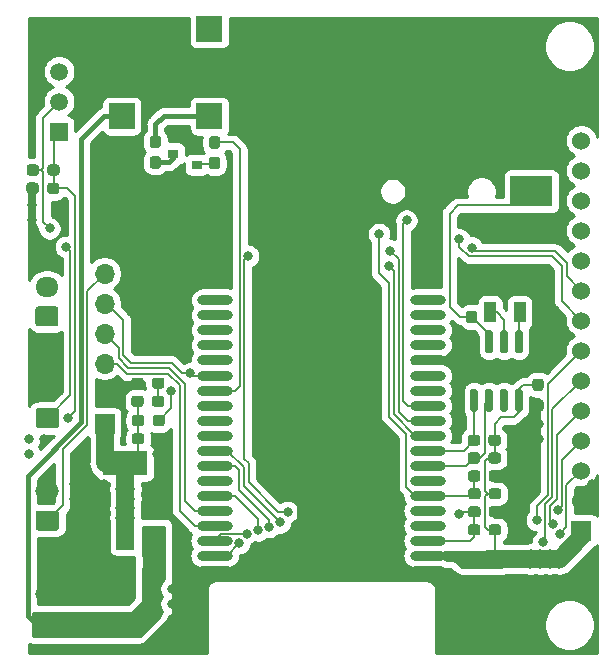
<source format=gbr>
%TF.GenerationSoftware,KiCad,Pcbnew,5.1.6-c6e7f7d~87~ubuntu20.04.1*%
%TF.CreationDate,2021-01-31T19:29:29+07:00*%
%TF.ProjectId,kh-gift-hw,6b682d67-6966-4742-9d68-772e6b696361,rev?*%
%TF.SameCoordinates,Original*%
%TF.FileFunction,Copper,L1,Top*%
%TF.FilePolarity,Positive*%
%FSLAX46Y46*%
G04 Gerber Fmt 4.6, Leading zero omitted, Abs format (unit mm)*
G04 Created by KiCad (PCBNEW 5.1.6-c6e7f7d~87~ubuntu20.04.1) date 2021-01-31 19:29:29*
%MOMM*%
%LPD*%
G01*
G04 APERTURE LIST*
%TA.AperFunction,ComponentPad*%
%ADD10C,1.524000*%
%TD*%
%TA.AperFunction,ComponentPad*%
%ADD11R,1.700000X1.700000*%
%TD*%
%TA.AperFunction,SMDPad,CuDef*%
%ADD12R,1.000000X1.800000*%
%TD*%
%TA.AperFunction,ComponentPad*%
%ADD13C,1.500000*%
%TD*%
%TA.AperFunction,ComponentPad*%
%ADD14R,1.500000X1.500000*%
%TD*%
%TA.AperFunction,SMDPad,CuDef*%
%ADD15R,1.500000X2.000000*%
%TD*%
%TA.AperFunction,SMDPad,CuDef*%
%ADD16R,3.800000X2.000000*%
%TD*%
%TA.AperFunction,ComponentPad*%
%ADD17C,0.800000*%
%TD*%
%TA.AperFunction,SMDPad,CuDef*%
%ADD18R,5.000000X5.000000*%
%TD*%
%TA.AperFunction,SMDPad,CuDef*%
%ADD19O,3.000000X0.900000*%
%TD*%
%TA.AperFunction,ComponentPad*%
%ADD20O,2.000000X1.700000*%
%TD*%
%TA.AperFunction,SMDPad,CuDef*%
%ADD21R,0.900000X0.800000*%
%TD*%
%TA.AperFunction,ComponentPad*%
%ADD22O,1.950000X1.700000*%
%TD*%
%TA.AperFunction,ComponentPad*%
%ADD23O,1.700000X1.700000*%
%TD*%
%TA.AperFunction,SMDPad,CuDef*%
%ADD24R,2.195000X2.195000*%
%TD*%
%TA.AperFunction,SMDPad,CuDef*%
%ADD25R,3.540000X2.600000*%
%TD*%
%TA.AperFunction,SMDPad,CuDef*%
%ADD26R,3.660000X2.600000*%
%TD*%
%TA.AperFunction,ViaPad*%
%ADD27C,0.800000*%
%TD*%
%TA.AperFunction,Conductor*%
%ADD28C,0.400000*%
%TD*%
%TA.AperFunction,Conductor*%
%ADD29C,1.500000*%
%TD*%
%TA.AperFunction,Conductor*%
%ADD30C,0.200000*%
%TD*%
%TA.AperFunction,Conductor*%
%ADD31C,0.254000*%
%TD*%
G04 APERTURE END LIST*
D10*
%TO.P,J4,14*%
%TO.N,N/C*%
X117233900Y-128415680D03*
%TO.P,J4,13*%
X117233900Y-130955680D03*
%TO.P,J4,12*%
X117233900Y-133495680D03*
%TO.P,J4,11*%
X117233900Y-136035680D03*
%TO.P,J4,10*%
X117233900Y-138575680D03*
%TO.P,J4,9*%
%TO.N,LCD_MISO*%
X117233900Y-141115680D03*
%TO.P,J4,8*%
%TO.N,Net-(J3-Pad2)*%
X117233900Y-143655680D03*
%TO.P,J4,7*%
%TO.N,LCD_CLK*%
X117233900Y-146195680D03*
%TO.P,J4,6*%
%TO.N,LCD_MOSI*%
X117233900Y-148735680D03*
%TO.P,J4,5*%
%TO.N,LCD_DC*%
X117233900Y-151275680D03*
%TO.P,J4,4*%
%TO.N,LCD_RST*%
X117233900Y-153815680D03*
%TO.P,J4,3*%
%TO.N,LCD_CS*%
X117233900Y-156355680D03*
%TO.P,J4,2*%
%TO.N,GND*%
X117233900Y-158895680D03*
D11*
%TO.P,J4,1*%
%TO.N,+3V3*%
X117233900Y-161435680D03*
%TD*%
D12*
%TO.P,Y1,2*%
%TO.N,Net-(U4-Pad2)*%
X109520000Y-142970000D03*
%TO.P,Y1,1*%
%TO.N,Net-(U4-Pad1)*%
X112020000Y-142970000D03*
%TD*%
%TO.P,U4,8*%
%TO.N,+3V3*%
%TA.AperFunction,SMDPad,CuDef*%
G36*
G01*
X111816740Y-149426920D02*
X112116740Y-149426920D01*
G75*
G02*
X112266740Y-149576920I0J-150000D01*
G01*
X112266740Y-151226920D01*
G75*
G02*
X112116740Y-151376920I-150000J0D01*
G01*
X111816740Y-151376920D01*
G75*
G02*
X111666740Y-151226920I0J150000D01*
G01*
X111666740Y-149576920D01*
G75*
G02*
X111816740Y-149426920I150000J0D01*
G01*
G37*
%TD.AperFunction*%
%TO.P,U4,7*%
%TO.N,N/C*%
%TA.AperFunction,SMDPad,CuDef*%
G36*
G01*
X110546740Y-149426920D02*
X110846740Y-149426920D01*
G75*
G02*
X110996740Y-149576920I0J-150000D01*
G01*
X110996740Y-151226920D01*
G75*
G02*
X110846740Y-151376920I-150000J0D01*
G01*
X110546740Y-151376920D01*
G75*
G02*
X110396740Y-151226920I0J150000D01*
G01*
X110396740Y-149576920D01*
G75*
G02*
X110546740Y-149426920I150000J0D01*
G01*
G37*
%TD.AperFunction*%
%TO.P,U4,6*%
%TO.N,ESP32_SCL*%
%TA.AperFunction,SMDPad,CuDef*%
G36*
G01*
X109276740Y-149426920D02*
X109576740Y-149426920D01*
G75*
G02*
X109726740Y-149576920I0J-150000D01*
G01*
X109726740Y-151226920D01*
G75*
G02*
X109576740Y-151376920I-150000J0D01*
G01*
X109276740Y-151376920D01*
G75*
G02*
X109126740Y-151226920I0J150000D01*
G01*
X109126740Y-149576920D01*
G75*
G02*
X109276740Y-149426920I150000J0D01*
G01*
G37*
%TD.AperFunction*%
%TO.P,U4,5*%
%TO.N,ESP32_SDA*%
%TA.AperFunction,SMDPad,CuDef*%
G36*
G01*
X108006740Y-149426920D02*
X108306740Y-149426920D01*
G75*
G02*
X108456740Y-149576920I0J-150000D01*
G01*
X108456740Y-151226920D01*
G75*
G02*
X108306740Y-151376920I-150000J0D01*
G01*
X108006740Y-151376920D01*
G75*
G02*
X107856740Y-151226920I0J150000D01*
G01*
X107856740Y-149576920D01*
G75*
G02*
X108006740Y-149426920I150000J0D01*
G01*
G37*
%TD.AperFunction*%
%TO.P,U4,4*%
%TO.N,GND*%
%TA.AperFunction,SMDPad,CuDef*%
G36*
G01*
X108006740Y-144476920D02*
X108306740Y-144476920D01*
G75*
G02*
X108456740Y-144626920I0J-150000D01*
G01*
X108456740Y-146276920D01*
G75*
G02*
X108306740Y-146426920I-150000J0D01*
G01*
X108006740Y-146426920D01*
G75*
G02*
X107856740Y-146276920I0J150000D01*
G01*
X107856740Y-144626920D01*
G75*
G02*
X108006740Y-144476920I150000J0D01*
G01*
G37*
%TD.AperFunction*%
%TO.P,U4,3*%
%TO.N,VBAT*%
%TA.AperFunction,SMDPad,CuDef*%
G36*
G01*
X109276740Y-144476920D02*
X109576740Y-144476920D01*
G75*
G02*
X109726740Y-144626920I0J-150000D01*
G01*
X109726740Y-146276920D01*
G75*
G02*
X109576740Y-146426920I-150000J0D01*
G01*
X109276740Y-146426920D01*
G75*
G02*
X109126740Y-146276920I0J150000D01*
G01*
X109126740Y-144626920D01*
G75*
G02*
X109276740Y-144476920I150000J0D01*
G01*
G37*
%TD.AperFunction*%
%TO.P,U4,2*%
%TO.N,Net-(U4-Pad2)*%
%TA.AperFunction,SMDPad,CuDef*%
G36*
G01*
X110546740Y-144476920D02*
X110846740Y-144476920D01*
G75*
G02*
X110996740Y-144626920I0J-150000D01*
G01*
X110996740Y-146276920D01*
G75*
G02*
X110846740Y-146426920I-150000J0D01*
G01*
X110546740Y-146426920D01*
G75*
G02*
X110396740Y-146276920I0J150000D01*
G01*
X110396740Y-144626920D01*
G75*
G02*
X110546740Y-144476920I150000J0D01*
G01*
G37*
%TD.AperFunction*%
%TO.P,U4,1*%
%TO.N,Net-(U4-Pad1)*%
%TA.AperFunction,SMDPad,CuDef*%
G36*
G01*
X111816740Y-144476920D02*
X112116740Y-144476920D01*
G75*
G02*
X112266740Y-144626920I0J-150000D01*
G01*
X112266740Y-146276920D01*
G75*
G02*
X112116740Y-146426920I-150000J0D01*
G01*
X111816740Y-146426920D01*
G75*
G02*
X111666740Y-146276920I0J150000D01*
G01*
X111666740Y-144626920D01*
G75*
G02*
X111816740Y-144476920I150000J0D01*
G01*
G37*
%TD.AperFunction*%
%TD*%
D13*
%TO.P,U3,4*%
%TO.N,GND*%
X73030000Y-120040000D03*
%TO.P,U3,3*%
%TO.N,N/C*%
X73030000Y-122580000D03*
%TO.P,U3,2*%
%TO.N,DHT*%
X73030000Y-125120000D03*
D14*
%TO.P,U3,1*%
%TO.N,+3V3*%
X73030000Y-127660000D03*
%TD*%
D15*
%TO.P,U2,1*%
%TO.N,GND*%
X76338400Y-162037160D03*
%TO.P,U2,3*%
%TO.N,+5V*%
X80938400Y-162037160D03*
%TO.P,U2,2*%
%TO.N,+3V3*%
X78638400Y-162037160D03*
D16*
X78638400Y-155737160D03*
%TD*%
D17*
%TO.P,U1,39*%
%TO.N,GND*%
X97637300Y-159912460D03*
D18*
X95647300Y-157892460D03*
D19*
%TO.P,U1,1*%
X104237300Y-164822460D03*
%TO.P,U1,2*%
%TO.N,+3V3*%
X104237300Y-163552460D03*
%TO.P,U1,3*%
%TO.N,FLASH_EN*%
X104237300Y-162282460D03*
%TO.P,U1,4*%
%TO.N,N/C*%
X104237300Y-161012460D03*
%TO.P,U1,5*%
X104237300Y-159742460D03*
%TO.P,U1,6*%
%TO.N,BUTTON*%
X104237300Y-158472460D03*
%TO.P,U1,7*%
%TO.N,N/C*%
X104237300Y-157202460D03*
%TO.P,U1,8*%
%TO.N,ESP32_SCL*%
X104237300Y-155932460D03*
%TO.P,U1,9*%
%TO.N,ESP32_SDA*%
X104237300Y-154662460D03*
%TO.P,U1,10*%
%TO.N,LCD_MISO*%
X104237300Y-153392460D03*
%TO.P,U1,11*%
%TO.N,LCD_BCKL*%
X104237300Y-152122460D03*
%TO.P,U1,12*%
%TO.N,DHT*%
X104237300Y-150852460D03*
%TO.P,U1,13*%
%TO.N,N/C*%
X104237300Y-149582460D03*
%TO.P,U1,14*%
X104237300Y-148312460D03*
%TO.P,U1,15*%
%TO.N,GND*%
X104237300Y-147012460D03*
%TO.P,U1,16*%
%TO.N,N/C*%
X104237300Y-145742460D03*
%TO.P,U1,17*%
X104237300Y-144472460D03*
%TO.P,U1,18*%
X104237300Y-143202460D03*
%TO.P,U1,19*%
X104237300Y-141932460D03*
%TO.P,U1,20*%
X86237300Y-141932460D03*
%TO.P,U1,21*%
X86237300Y-143202460D03*
%TO.P,U1,22*%
X86237300Y-144472460D03*
%TO.P,U1,23*%
X86237300Y-145742460D03*
%TO.P,U1,24*%
X86237300Y-147012460D03*
%TO.P,U1,25*%
%TO.N,FLASH_IO0*%
X86207300Y-148312460D03*
%TO.P,U1,26*%
%TO.N,BUZZER*%
X86207300Y-149582460D03*
%TO.P,U1,27*%
%TO.N,N/C*%
X86207300Y-150852460D03*
%TO.P,U1,28*%
X86207300Y-152122460D03*
%TO.P,U1,29*%
X86207300Y-153392460D03*
%TO.P,U1,30*%
%TO.N,LCD_RST*%
X86207300Y-154662460D03*
%TO.P,U1,31*%
%TO.N,LCD_CLK*%
X86207300Y-155932460D03*
%TO.P,U1,32*%
%TO.N,N/C*%
X86207300Y-157202460D03*
%TO.P,U1,33*%
%TO.N,LCD_DC*%
X86207300Y-158472460D03*
%TO.P,U1,34*%
%TO.N,FLASH_U0RX*%
X86207300Y-159742460D03*
%TO.P,U1,35*%
%TO.N,FLASH_U0TX*%
X86207300Y-161012460D03*
%TO.P,U1,36*%
%TO.N,LCD_CS*%
X86207300Y-162282460D03*
%TO.P,U1,37*%
%TO.N,LCD_MOSI*%
X86207300Y-163552460D03*
%TO.P,U1,38*%
%TO.N,GND*%
X86207300Y-164822460D03*
D17*
%TO.P,U1,39*%
X97637300Y-158912460D03*
X97637300Y-157912460D03*
X97637300Y-156912460D03*
X97637300Y-155912460D03*
X96637300Y-155912460D03*
X96637300Y-156912460D03*
X96637300Y-157912460D03*
X96637300Y-158912460D03*
X96637300Y-159912460D03*
X94637300Y-159912460D03*
X94637300Y-158912460D03*
X94637300Y-157912460D03*
X94637300Y-156912460D03*
X94637300Y-155912460D03*
X95637300Y-155912460D03*
X95637300Y-156912460D03*
X95637300Y-157912460D03*
X95637300Y-158912460D03*
X95637300Y-159912460D03*
X93637300Y-155912460D03*
X93637300Y-156912460D03*
X93637300Y-157912460D03*
X93637300Y-158912460D03*
X93637300Y-159912460D03*
%TD*%
D20*
%TO.P,SW2,2*%
%TO.N,GND*%
X72040000Y-158090000D03*
%TO.P,SW2,1*%
%TO.N,FLASH_EN*%
%TA.AperFunction,ComponentPad*%
G36*
G01*
X72790000Y-161440000D02*
X71290000Y-161440000D01*
G75*
G02*
X71040000Y-161190000I0J250000D01*
G01*
X71040000Y-159990000D01*
G75*
G02*
X71290000Y-159740000I250000J0D01*
G01*
X72790000Y-159740000D01*
G75*
G02*
X73040000Y-159990000I0J-250000D01*
G01*
X73040000Y-161190000D01*
G75*
G02*
X72790000Y-161440000I-250000J0D01*
G01*
G37*
%TD.AperFunction*%
%TD*%
%TO.P,SW1,2*%
%TO.N,GND*%
X72050000Y-149400000D03*
%TO.P,SW1,1*%
%TO.N,BUTTON*%
%TA.AperFunction,ComponentPad*%
G36*
G01*
X72800000Y-152750000D02*
X71300000Y-152750000D01*
G75*
G02*
X71050000Y-152500000I0J250000D01*
G01*
X71050000Y-151300000D01*
G75*
G02*
X71300000Y-151050000I250000J0D01*
G01*
X72800000Y-151050000D01*
G75*
G02*
X73050000Y-151300000I0J-250000D01*
G01*
X73050000Y-152500000D01*
G75*
G02*
X72800000Y-152750000I-250000J0D01*
G01*
G37*
%TD.AperFunction*%
%TD*%
%TO.P,R9,2*%
%TO.N,ESP32_SCL*%
%TA.AperFunction,SMDPad,CuDef*%
G36*
G01*
X108685000Y-155052500D02*
X108685000Y-155527500D01*
G75*
G02*
X108447500Y-155765000I-237500J0D01*
G01*
X107872500Y-155765000D01*
G75*
G02*
X107635000Y-155527500I0J237500D01*
G01*
X107635000Y-155052500D01*
G75*
G02*
X107872500Y-154815000I237500J0D01*
G01*
X108447500Y-154815000D01*
G75*
G02*
X108685000Y-155052500I0J-237500D01*
G01*
G37*
%TD.AperFunction*%
%TO.P,R9,1*%
%TO.N,+3V3*%
%TA.AperFunction,SMDPad,CuDef*%
G36*
G01*
X110435000Y-155052500D02*
X110435000Y-155527500D01*
G75*
G02*
X110197500Y-155765000I-237500J0D01*
G01*
X109622500Y-155765000D01*
G75*
G02*
X109385000Y-155527500I0J237500D01*
G01*
X109385000Y-155052500D01*
G75*
G02*
X109622500Y-154815000I237500J0D01*
G01*
X110197500Y-154815000D01*
G75*
G02*
X110435000Y-155052500I0J-237500D01*
G01*
G37*
%TD.AperFunction*%
%TD*%
%TO.P,R8,2*%
%TO.N,ESP32_SDA*%
%TA.AperFunction,SMDPad,CuDef*%
G36*
G01*
X108685000Y-153552500D02*
X108685000Y-154027500D01*
G75*
G02*
X108447500Y-154265000I-237500J0D01*
G01*
X107872500Y-154265000D01*
G75*
G02*
X107635000Y-154027500I0J237500D01*
G01*
X107635000Y-153552500D01*
G75*
G02*
X107872500Y-153315000I237500J0D01*
G01*
X108447500Y-153315000D01*
G75*
G02*
X108685000Y-153552500I0J-237500D01*
G01*
G37*
%TD.AperFunction*%
%TO.P,R8,1*%
%TO.N,+3V3*%
%TA.AperFunction,SMDPad,CuDef*%
G36*
G01*
X110435000Y-153552500D02*
X110435000Y-154027500D01*
G75*
G02*
X110197500Y-154265000I-237500J0D01*
G01*
X109622500Y-154265000D01*
G75*
G02*
X109385000Y-154027500I0J237500D01*
G01*
X109385000Y-153552500D01*
G75*
G02*
X109622500Y-153315000I237500J0D01*
G01*
X110197500Y-153315000D01*
G75*
G02*
X110435000Y-153552500I0J-237500D01*
G01*
G37*
%TD.AperFunction*%
%TD*%
%TO.P,R7,2*%
%TO.N,FLASH_EN*%
%TA.AperFunction,SMDPad,CuDef*%
G36*
G01*
X108705000Y-161132500D02*
X108705000Y-161607500D01*
G75*
G02*
X108467500Y-161845000I-237500J0D01*
G01*
X107892500Y-161845000D01*
G75*
G02*
X107655000Y-161607500I0J237500D01*
G01*
X107655000Y-161132500D01*
G75*
G02*
X107892500Y-160895000I237500J0D01*
G01*
X108467500Y-160895000D01*
G75*
G02*
X108705000Y-161132500I0J-237500D01*
G01*
G37*
%TD.AperFunction*%
%TO.P,R7,1*%
%TO.N,+3V3*%
%TA.AperFunction,SMDPad,CuDef*%
G36*
G01*
X110455000Y-161132500D02*
X110455000Y-161607500D01*
G75*
G02*
X110217500Y-161845000I-237500J0D01*
G01*
X109642500Y-161845000D01*
G75*
G02*
X109405000Y-161607500I0J237500D01*
G01*
X109405000Y-161132500D01*
G75*
G02*
X109642500Y-160895000I237500J0D01*
G01*
X110217500Y-160895000D01*
G75*
G02*
X110455000Y-161132500I0J-237500D01*
G01*
G37*
%TD.AperFunction*%
%TD*%
%TO.P,R6,2*%
%TO.N,Net-(Q1-Pad3)*%
%TA.AperFunction,SMDPad,CuDef*%
G36*
G01*
X80945940Y-129743820D02*
X81420940Y-129743820D01*
G75*
G02*
X81658440Y-129981320I0J-237500D01*
G01*
X81658440Y-130556320D01*
G75*
G02*
X81420940Y-130793820I-237500J0D01*
G01*
X80945940Y-130793820D01*
G75*
G02*
X80708440Y-130556320I0J237500D01*
G01*
X80708440Y-129981320D01*
G75*
G02*
X80945940Y-129743820I237500J0D01*
G01*
G37*
%TD.AperFunction*%
%TO.P,R6,1*%
%TO.N,Net-(BZ1-Pad2)*%
%TA.AperFunction,SMDPad,CuDef*%
G36*
G01*
X80945940Y-127993820D02*
X81420940Y-127993820D01*
G75*
G02*
X81658440Y-128231320I0J-237500D01*
G01*
X81658440Y-128806320D01*
G75*
G02*
X81420940Y-129043820I-237500J0D01*
G01*
X80945940Y-129043820D01*
G75*
G02*
X80708440Y-128806320I0J237500D01*
G01*
X80708440Y-128231320D01*
G75*
G02*
X80945940Y-127993820I237500J0D01*
G01*
G37*
%TD.AperFunction*%
%TD*%
%TO.P,R5,2*%
%TO.N,DHT*%
%TA.AperFunction,SMDPad,CuDef*%
G36*
G01*
X71335000Y-130672500D02*
X71335000Y-131147500D01*
G75*
G02*
X71097500Y-131385000I-237500J0D01*
G01*
X70522500Y-131385000D01*
G75*
G02*
X70285000Y-131147500I0J237500D01*
G01*
X70285000Y-130672500D01*
G75*
G02*
X70522500Y-130435000I237500J0D01*
G01*
X71097500Y-130435000D01*
G75*
G02*
X71335000Y-130672500I0J-237500D01*
G01*
G37*
%TD.AperFunction*%
%TO.P,R5,1*%
%TO.N,+3V3*%
%TA.AperFunction,SMDPad,CuDef*%
G36*
G01*
X73085000Y-130672500D02*
X73085000Y-131147500D01*
G75*
G02*
X72847500Y-131385000I-237500J0D01*
G01*
X72272500Y-131385000D01*
G75*
G02*
X72035000Y-131147500I0J237500D01*
G01*
X72035000Y-130672500D01*
G75*
G02*
X72272500Y-130435000I237500J0D01*
G01*
X72847500Y-130435000D01*
G75*
G02*
X73085000Y-130672500I0J-237500D01*
G01*
G37*
%TD.AperFunction*%
%TD*%
%TO.P,R4,2*%
%TO.N,BUZZER*%
%TA.AperFunction,SMDPad,CuDef*%
G36*
G01*
X86429820Y-129095860D02*
X85954820Y-129095860D01*
G75*
G02*
X85717320Y-128858360I0J237500D01*
G01*
X85717320Y-128283360D01*
G75*
G02*
X85954820Y-128045860I237500J0D01*
G01*
X86429820Y-128045860D01*
G75*
G02*
X86667320Y-128283360I0J-237500D01*
G01*
X86667320Y-128858360D01*
G75*
G02*
X86429820Y-129095860I-237500J0D01*
G01*
G37*
%TD.AperFunction*%
%TO.P,R4,1*%
%TO.N,Net-(Q1-Pad1)*%
%TA.AperFunction,SMDPad,CuDef*%
G36*
G01*
X86429820Y-130845860D02*
X85954820Y-130845860D01*
G75*
G02*
X85717320Y-130608360I0J237500D01*
G01*
X85717320Y-130033360D01*
G75*
G02*
X85954820Y-129795860I237500J0D01*
G01*
X86429820Y-129795860D01*
G75*
G02*
X86667320Y-130033360I0J-237500D01*
G01*
X86667320Y-130608360D01*
G75*
G02*
X86429820Y-130845860I-237500J0D01*
G01*
G37*
%TD.AperFunction*%
%TD*%
%TO.P,R3,2*%
%TO.N,BUTTON*%
%TA.AperFunction,SMDPad,CuDef*%
G36*
G01*
X108715000Y-158082500D02*
X108715000Y-158557500D01*
G75*
G02*
X108477500Y-158795000I-237500J0D01*
G01*
X107902500Y-158795000D01*
G75*
G02*
X107665000Y-158557500I0J237500D01*
G01*
X107665000Y-158082500D01*
G75*
G02*
X107902500Y-157845000I237500J0D01*
G01*
X108477500Y-157845000D01*
G75*
G02*
X108715000Y-158082500I0J-237500D01*
G01*
G37*
%TD.AperFunction*%
%TO.P,R3,1*%
%TO.N,+3V3*%
%TA.AperFunction,SMDPad,CuDef*%
G36*
G01*
X110465000Y-158082500D02*
X110465000Y-158557500D01*
G75*
G02*
X110227500Y-158795000I-237500J0D01*
G01*
X109652500Y-158795000D01*
G75*
G02*
X109415000Y-158557500I0J237500D01*
G01*
X109415000Y-158082500D01*
G75*
G02*
X109652500Y-157845000I237500J0D01*
G01*
X110227500Y-157845000D01*
G75*
G02*
X110465000Y-158082500I0J-237500D01*
G01*
G37*
%TD.AperFunction*%
%TD*%
%TO.P,R2,2*%
%TO.N,GND*%
%TA.AperFunction,SMDPad,CuDef*%
G36*
G01*
X80195000Y-148712500D02*
X80195000Y-149187500D01*
G75*
G02*
X79957500Y-149425000I-237500J0D01*
G01*
X79382500Y-149425000D01*
G75*
G02*
X79145000Y-149187500I0J237500D01*
G01*
X79145000Y-148712500D01*
G75*
G02*
X79382500Y-148475000I237500J0D01*
G01*
X79957500Y-148475000D01*
G75*
G02*
X80195000Y-148712500I0J-237500D01*
G01*
G37*
%TD.AperFunction*%
%TO.P,R2,1*%
%TO.N,Net-(D1-Pad1)*%
%TA.AperFunction,SMDPad,CuDef*%
G36*
G01*
X81945000Y-148712500D02*
X81945000Y-149187500D01*
G75*
G02*
X81707500Y-149425000I-237500J0D01*
G01*
X81132500Y-149425000D01*
G75*
G02*
X80895000Y-149187500I0J237500D01*
G01*
X80895000Y-148712500D01*
G75*
G02*
X81132500Y-148475000I237500J0D01*
G01*
X81707500Y-148475000D01*
G75*
G02*
X81945000Y-148712500I0J-237500D01*
G01*
G37*
%TD.AperFunction*%
%TD*%
%TO.P,R1,2*%
%TO.N,+3V3*%
%TA.AperFunction,SMDPad,CuDef*%
G36*
G01*
X80245000Y-151882500D02*
X80245000Y-152357500D01*
G75*
G02*
X80007500Y-152595000I-237500J0D01*
G01*
X79432500Y-152595000D01*
G75*
G02*
X79195000Y-152357500I0J237500D01*
G01*
X79195000Y-151882500D01*
G75*
G02*
X79432500Y-151645000I237500J0D01*
G01*
X80007500Y-151645000D01*
G75*
G02*
X80245000Y-151882500I0J-237500D01*
G01*
G37*
%TD.AperFunction*%
%TO.P,R1,1*%
%TO.N,FLASH_IO0*%
%TA.AperFunction,SMDPad,CuDef*%
G36*
G01*
X81995000Y-151882500D02*
X81995000Y-152357500D01*
G75*
G02*
X81757500Y-152595000I-237500J0D01*
G01*
X81182500Y-152595000D01*
G75*
G02*
X80945000Y-152357500I0J237500D01*
G01*
X80945000Y-151882500D01*
G75*
G02*
X81182500Y-151645000I237500J0D01*
G01*
X81757500Y-151645000D01*
G75*
G02*
X81995000Y-151882500I0J-237500D01*
G01*
G37*
%TD.AperFunction*%
%TD*%
D21*
%TO.P,Q1,3*%
%TO.N,Net-(Q1-Pad3)*%
X82687880Y-129514600D03*
%TO.P,Q1,2*%
%TO.N,GND*%
X84687880Y-128564600D03*
%TO.P,Q1,1*%
%TO.N,Net-(Q1-Pad1)*%
X84687880Y-130464600D03*
%TD*%
D22*
%TO.P,J3,3*%
%TO.N,GND*%
X71998840Y-138296640D03*
%TO.P,J3,2*%
%TO.N,Net-(J3-Pad2)*%
X71998840Y-140796640D03*
%TO.P,J3,1*%
%TO.N,LCD_BCKL*%
%TA.AperFunction,ComponentPad*%
G36*
G01*
X72723840Y-144146640D02*
X71273840Y-144146640D01*
G75*
G02*
X71023840Y-143896640I0J250000D01*
G01*
X71023840Y-142696640D01*
G75*
G02*
X71273840Y-142446640I250000J0D01*
G01*
X72723840Y-142446640D01*
G75*
G02*
X72973840Y-142696640I0J-250000D01*
G01*
X72973840Y-143896640D01*
G75*
G02*
X72723840Y-144146640I-250000J0D01*
G01*
G37*
%TD.AperFunction*%
%TD*%
D23*
%TO.P,J2,6*%
%TO.N,FLASH_EN*%
X76880000Y-139670000D03*
%TO.P,J2,5*%
%TO.N,FLASH_IO0*%
X76880000Y-142210000D03*
%TO.P,J2,4*%
%TO.N,FLASH_U0RX*%
X76880000Y-144750000D03*
%TO.P,J2,3*%
%TO.N,FLASH_U0TX*%
X76880000Y-147290000D03*
%TO.P,J2,2*%
%TO.N,GND*%
X76880000Y-149830000D03*
D11*
%TO.P,J2,1*%
%TO.N,+3V3*%
X76880000Y-152370000D03*
%TD*%
D20*
%TO.P,J1,2*%
%TO.N,GND*%
X72020000Y-166800000D03*
%TO.P,J1,1*%
%TO.N,+5V*%
%TA.AperFunction,ComponentPad*%
G36*
G01*
X72770000Y-170150000D02*
X71270000Y-170150000D01*
G75*
G02*
X71020000Y-169900000I0J250000D01*
G01*
X71020000Y-168700000D01*
G75*
G02*
X71270000Y-168450000I250000J0D01*
G01*
X72770000Y-168450000D01*
G75*
G02*
X73020000Y-168700000I0J-250000D01*
G01*
X73020000Y-169900000D01*
G75*
G02*
X72770000Y-170150000I-250000J0D01*
G01*
G37*
%TD.AperFunction*%
%TD*%
%TO.P,D1,2*%
%TO.N,+3V3*%
%TA.AperFunction,SMDPad,CuDef*%
G36*
G01*
X80190000Y-150252500D02*
X80190000Y-150727500D01*
G75*
G02*
X79952500Y-150965000I-237500J0D01*
G01*
X79377500Y-150965000D01*
G75*
G02*
X79140000Y-150727500I0J237500D01*
G01*
X79140000Y-150252500D01*
G75*
G02*
X79377500Y-150015000I237500J0D01*
G01*
X79952500Y-150015000D01*
G75*
G02*
X80190000Y-150252500I0J-237500D01*
G01*
G37*
%TD.AperFunction*%
%TO.P,D1,1*%
%TO.N,Net-(D1-Pad1)*%
%TA.AperFunction,SMDPad,CuDef*%
G36*
G01*
X81940000Y-150252500D02*
X81940000Y-150727500D01*
G75*
G02*
X81702500Y-150965000I-237500J0D01*
G01*
X81127500Y-150965000D01*
G75*
G02*
X80890000Y-150727500I0J237500D01*
G01*
X80890000Y-150252500D01*
G75*
G02*
X81127500Y-150015000I237500J0D01*
G01*
X81702500Y-150015000D01*
G75*
G02*
X81940000Y-150252500I0J-237500D01*
G01*
G37*
%TD.AperFunction*%
%TD*%
%TO.P,C12,2*%
%TO.N,GND*%
%TA.AperFunction,SMDPad,CuDef*%
G36*
G01*
X113342500Y-150315000D02*
X113817500Y-150315000D01*
G75*
G02*
X114055000Y-150552500I0J-237500D01*
G01*
X114055000Y-151127500D01*
G75*
G02*
X113817500Y-151365000I-237500J0D01*
G01*
X113342500Y-151365000D01*
G75*
G02*
X113105000Y-151127500I0J237500D01*
G01*
X113105000Y-150552500D01*
G75*
G02*
X113342500Y-150315000I237500J0D01*
G01*
G37*
%TD.AperFunction*%
%TO.P,C12,1*%
%TO.N,+3V3*%
%TA.AperFunction,SMDPad,CuDef*%
G36*
G01*
X113342500Y-148565000D02*
X113817500Y-148565000D01*
G75*
G02*
X114055000Y-148802500I0J-237500D01*
G01*
X114055000Y-149377500D01*
G75*
G02*
X113817500Y-149615000I-237500J0D01*
G01*
X113342500Y-149615000D01*
G75*
G02*
X113105000Y-149377500I0J237500D01*
G01*
X113105000Y-148802500D01*
G75*
G02*
X113342500Y-148565000I237500J0D01*
G01*
G37*
%TD.AperFunction*%
%TD*%
%TO.P,C11,2*%
%TO.N,GND*%
%TA.AperFunction,SMDPad,CuDef*%
G36*
G01*
X108197500Y-142125000D02*
X107722500Y-142125000D01*
G75*
G02*
X107485000Y-141887500I0J237500D01*
G01*
X107485000Y-141312500D01*
G75*
G02*
X107722500Y-141075000I237500J0D01*
G01*
X108197500Y-141075000D01*
G75*
G02*
X108435000Y-141312500I0J-237500D01*
G01*
X108435000Y-141887500D01*
G75*
G02*
X108197500Y-142125000I-237500J0D01*
G01*
G37*
%TD.AperFunction*%
%TO.P,C11,1*%
%TO.N,VBAT*%
%TA.AperFunction,SMDPad,CuDef*%
G36*
G01*
X108197500Y-143875000D02*
X107722500Y-143875000D01*
G75*
G02*
X107485000Y-143637500I0J237500D01*
G01*
X107485000Y-143062500D01*
G75*
G02*
X107722500Y-142825000I237500J0D01*
G01*
X108197500Y-142825000D01*
G75*
G02*
X108435000Y-143062500I0J-237500D01*
G01*
X108435000Y-143637500D01*
G75*
G02*
X108197500Y-143875000I-237500J0D01*
G01*
G37*
%TD.AperFunction*%
%TD*%
%TO.P,C10,2*%
%TO.N,GND*%
%TA.AperFunction,SMDPad,CuDef*%
G36*
G01*
X71315000Y-132222500D02*
X71315000Y-132697500D01*
G75*
G02*
X71077500Y-132935000I-237500J0D01*
G01*
X70502500Y-132935000D01*
G75*
G02*
X70265000Y-132697500I0J237500D01*
G01*
X70265000Y-132222500D01*
G75*
G02*
X70502500Y-131985000I237500J0D01*
G01*
X71077500Y-131985000D01*
G75*
G02*
X71315000Y-132222500I0J-237500D01*
G01*
G37*
%TD.AperFunction*%
%TO.P,C10,1*%
%TO.N,+3V3*%
%TA.AperFunction,SMDPad,CuDef*%
G36*
G01*
X73065000Y-132222500D02*
X73065000Y-132697500D01*
G75*
G02*
X72827500Y-132935000I-237500J0D01*
G01*
X72252500Y-132935000D01*
G75*
G02*
X72015000Y-132697500I0J237500D01*
G01*
X72015000Y-132222500D01*
G75*
G02*
X72252500Y-131985000I237500J0D01*
G01*
X72827500Y-131985000D01*
G75*
G02*
X73065000Y-132222500I0J-237500D01*
G01*
G37*
%TD.AperFunction*%
%TD*%
%TO.P,C7,2*%
%TO.N,GND*%
%TA.AperFunction,SMDPad,CuDef*%
G36*
G01*
X109410420Y-160088880D02*
X109410420Y-159613880D01*
G75*
G02*
X109647920Y-159376380I237500J0D01*
G01*
X110222920Y-159376380D01*
G75*
G02*
X110460420Y-159613880I0J-237500D01*
G01*
X110460420Y-160088880D01*
G75*
G02*
X110222920Y-160326380I-237500J0D01*
G01*
X109647920Y-160326380D01*
G75*
G02*
X109410420Y-160088880I0J237500D01*
G01*
G37*
%TD.AperFunction*%
%TO.P,C7,1*%
%TO.N,FLASH_EN*%
%TA.AperFunction,SMDPad,CuDef*%
G36*
G01*
X107660420Y-160088880D02*
X107660420Y-159613880D01*
G75*
G02*
X107897920Y-159376380I237500J0D01*
G01*
X108472920Y-159376380D01*
G75*
G02*
X108710420Y-159613880I0J-237500D01*
G01*
X108710420Y-160088880D01*
G75*
G02*
X108472920Y-160326380I-237500J0D01*
G01*
X107897920Y-160326380D01*
G75*
G02*
X107660420Y-160088880I0J237500D01*
G01*
G37*
%TD.AperFunction*%
%TD*%
%TO.P,C6,2*%
%TO.N,GND*%
%TA.AperFunction,SMDPad,CuDef*%
G36*
G01*
X109406780Y-157053660D02*
X109406780Y-156578660D01*
G75*
G02*
X109644280Y-156341160I237500J0D01*
G01*
X110219280Y-156341160D01*
G75*
G02*
X110456780Y-156578660I0J-237500D01*
G01*
X110456780Y-157053660D01*
G75*
G02*
X110219280Y-157291160I-237500J0D01*
G01*
X109644280Y-157291160D01*
G75*
G02*
X109406780Y-157053660I0J237500D01*
G01*
G37*
%TD.AperFunction*%
%TO.P,C6,1*%
%TO.N,BUTTON*%
%TA.AperFunction,SMDPad,CuDef*%
G36*
G01*
X107656780Y-157053660D02*
X107656780Y-156578660D01*
G75*
G02*
X107894280Y-156341160I237500J0D01*
G01*
X108469280Y-156341160D01*
G75*
G02*
X108706780Y-156578660I0J-237500D01*
G01*
X108706780Y-157053660D01*
G75*
G02*
X108469280Y-157291160I-237500J0D01*
G01*
X107894280Y-157291160D01*
G75*
G02*
X107656780Y-157053660I0J237500D01*
G01*
G37*
%TD.AperFunction*%
%TD*%
%TO.P,C5,2*%
%TO.N,GND*%
%TA.AperFunction,SMDPad,CuDef*%
G36*
G01*
X80940360Y-153902420D02*
X80940360Y-153427420D01*
G75*
G02*
X81177860Y-153189920I237500J0D01*
G01*
X81752860Y-153189920D01*
G75*
G02*
X81990360Y-153427420I0J-237500D01*
G01*
X81990360Y-153902420D01*
G75*
G02*
X81752860Y-154139920I-237500J0D01*
G01*
X81177860Y-154139920D01*
G75*
G02*
X80940360Y-153902420I0J237500D01*
G01*
G37*
%TD.AperFunction*%
%TO.P,C5,1*%
%TO.N,+3V3*%
%TA.AperFunction,SMDPad,CuDef*%
G36*
G01*
X79190360Y-153902420D02*
X79190360Y-153427420D01*
G75*
G02*
X79427860Y-153189920I237500J0D01*
G01*
X80002860Y-153189920D01*
G75*
G02*
X80240360Y-153427420I0J-237500D01*
G01*
X80240360Y-153902420D01*
G75*
G02*
X80002860Y-154139920I-237500J0D01*
G01*
X79427860Y-154139920D01*
G75*
G02*
X79190360Y-153902420I0J237500D01*
G01*
G37*
%TD.AperFunction*%
%TD*%
%TO.P,C4,2*%
%TO.N,GND*%
%TA.AperFunction,SMDPad,CuDef*%
G36*
G01*
X78667500Y-165365000D02*
X78667500Y-167515000D01*
G75*
G02*
X78417500Y-167765000I-250000J0D01*
G01*
X77492500Y-167765000D01*
G75*
G02*
X77242500Y-167515000I0J250000D01*
G01*
X77242500Y-165365000D01*
G75*
G02*
X77492500Y-165115000I250000J0D01*
G01*
X78417500Y-165115000D01*
G75*
G02*
X78667500Y-165365000I0J-250000D01*
G01*
G37*
%TD.AperFunction*%
%TO.P,C4,1*%
%TO.N,+5V*%
%TA.AperFunction,SMDPad,CuDef*%
G36*
G01*
X81642500Y-165365000D02*
X81642500Y-167515000D01*
G75*
G02*
X81392500Y-167765000I-250000J0D01*
G01*
X80467500Y-167765000D01*
G75*
G02*
X80217500Y-167515000I0J250000D01*
G01*
X80217500Y-165365000D01*
G75*
G02*
X80467500Y-165115000I250000J0D01*
G01*
X81392500Y-165115000D01*
G75*
G02*
X81642500Y-165365000I0J-250000D01*
G01*
G37*
%TD.AperFunction*%
%TD*%
%TO.P,C3,2*%
%TO.N,GND*%
%TA.AperFunction,SMDPad,CuDef*%
G36*
G01*
X79560000Y-163842500D02*
X79560000Y-164317500D01*
G75*
G02*
X79322500Y-164555000I-237500J0D01*
G01*
X78747500Y-164555000D01*
G75*
G02*
X78510000Y-164317500I0J237500D01*
G01*
X78510000Y-163842500D01*
G75*
G02*
X78747500Y-163605000I237500J0D01*
G01*
X79322500Y-163605000D01*
G75*
G02*
X79560000Y-163842500I0J-237500D01*
G01*
G37*
%TD.AperFunction*%
%TO.P,C3,1*%
%TO.N,+5V*%
%TA.AperFunction,SMDPad,CuDef*%
G36*
G01*
X81310000Y-163842500D02*
X81310000Y-164317500D01*
G75*
G02*
X81072500Y-164555000I-237500J0D01*
G01*
X80497500Y-164555000D01*
G75*
G02*
X80260000Y-164317500I0J237500D01*
G01*
X80260000Y-163842500D01*
G75*
G02*
X80497500Y-163605000I237500J0D01*
G01*
X81072500Y-163605000D01*
G75*
G02*
X81310000Y-163842500I0J-237500D01*
G01*
G37*
%TD.AperFunction*%
%TD*%
%TO.P,C2,2*%
%TO.N,GND*%
%TA.AperFunction,SMDPad,CuDef*%
G36*
G01*
X107915000Y-166112500D02*
X110065000Y-166112500D01*
G75*
G02*
X110315000Y-166362500I0J-250000D01*
G01*
X110315000Y-167287500D01*
G75*
G02*
X110065000Y-167537500I-250000J0D01*
G01*
X107915000Y-167537500D01*
G75*
G02*
X107665000Y-167287500I0J250000D01*
G01*
X107665000Y-166362500D01*
G75*
G02*
X107915000Y-166112500I250000J0D01*
G01*
G37*
%TD.AperFunction*%
%TO.P,C2,1*%
%TO.N,+3V3*%
%TA.AperFunction,SMDPad,CuDef*%
G36*
G01*
X107915000Y-163137500D02*
X110065000Y-163137500D01*
G75*
G02*
X110315000Y-163387500I0J-250000D01*
G01*
X110315000Y-164312500D01*
G75*
G02*
X110065000Y-164562500I-250000J0D01*
G01*
X107915000Y-164562500D01*
G75*
G02*
X107665000Y-164312500I0J250000D01*
G01*
X107665000Y-163387500D01*
G75*
G02*
X107915000Y-163137500I250000J0D01*
G01*
G37*
%TD.AperFunction*%
%TD*%
%TO.P,C1,2*%
%TO.N,GND*%
%TA.AperFunction,SMDPad,CuDef*%
G36*
G01*
X111132500Y-165270000D02*
X111607500Y-165270000D01*
G75*
G02*
X111845000Y-165507500I0J-237500D01*
G01*
X111845000Y-166082500D01*
G75*
G02*
X111607500Y-166320000I-237500J0D01*
G01*
X111132500Y-166320000D01*
G75*
G02*
X110895000Y-166082500I0J237500D01*
G01*
X110895000Y-165507500D01*
G75*
G02*
X111132500Y-165270000I237500J0D01*
G01*
G37*
%TD.AperFunction*%
%TO.P,C1,1*%
%TO.N,+3V3*%
%TA.AperFunction,SMDPad,CuDef*%
G36*
G01*
X111132500Y-163520000D02*
X111607500Y-163520000D01*
G75*
G02*
X111845000Y-163757500I0J-237500D01*
G01*
X111845000Y-164332500D01*
G75*
G02*
X111607500Y-164570000I-237500J0D01*
G01*
X111132500Y-164570000D01*
G75*
G02*
X110895000Y-164332500I0J237500D01*
G01*
X110895000Y-163757500D01*
G75*
G02*
X111132500Y-163520000I237500J0D01*
G01*
G37*
%TD.AperFunction*%
%TD*%
D24*
%TO.P,BZ1,1*%
%TO.N,+5V*%
X78350000Y-126340000D03*
%TO.P,BZ1,2*%
%TO.N,Net-(BZ1-Pad2)*%
X85750000Y-126340000D03*
%TO.P,BZ1,3*%
%TO.N,N/C*%
X85750000Y-118940000D03*
%TD*%
D25*
%TO.P,BT1,1*%
%TO.N,VBAT*%
X113014720Y-132700320D03*
D26*
%TO.P,BT1,2*%
%TO.N,GND*%
X97214720Y-132700320D03*
%TD*%
D27*
%TO.N,*%
X70485000Y-153670000D03*
X70487540Y-154945080D03*
%TO.N,GND*%
X73660000Y-167005000D03*
X74930000Y-167005000D03*
X74930000Y-165735000D03*
X73660000Y-165735000D03*
X76200000Y-167005000D03*
X76200000Y-165735000D03*
X76200000Y-164465000D03*
X74930000Y-164465000D03*
X73660000Y-164465000D03*
X76835000Y-160020000D03*
X76835000Y-158750000D03*
X76835000Y-157480000D03*
X75565000Y-157480000D03*
X75565000Y-158750000D03*
X75565000Y-160020000D03*
X74295000Y-160020000D03*
X74295000Y-158750000D03*
X74295000Y-157480000D03*
X85090000Y-166370000D03*
X83820000Y-166370000D03*
X82550000Y-166370000D03*
X82550000Y-167640000D03*
X83820000Y-167640000D03*
X85090000Y-167640000D03*
X85090000Y-168910000D03*
X83820000Y-168910000D03*
X82550000Y-168910000D03*
X81280000Y-154940000D03*
X82232500Y-154945080D03*
X71755000Y-153670000D03*
X78105000Y-149225000D03*
X78105000Y-150495000D03*
X71295260Y-147497800D03*
X72565260Y-147497800D03*
X70764400Y-133883400D03*
X70764400Y-135153400D03*
X74295000Y-119380000D03*
X74295000Y-120650000D03*
X75565000Y-120650000D03*
X75565000Y-119380000D03*
X82550000Y-127635000D03*
X83820000Y-127635000D03*
X94615000Y-131445000D03*
X94615000Y-132715000D03*
X94615000Y-133985000D03*
X107950000Y-168275000D03*
X109220000Y-168275000D03*
X110490000Y-168275000D03*
X107950000Y-169545000D03*
X109220000Y-169545000D03*
X110490000Y-169545000D03*
X107950000Y-170815000D03*
X109220000Y-170815000D03*
X110490000Y-170815000D03*
X118110000Y-157480000D03*
X111760000Y-156210000D03*
X111760000Y-157480000D03*
X111760000Y-158750000D03*
X113665000Y-152400000D03*
X113665000Y-153670000D03*
X106680000Y-146685000D03*
X106680000Y-147955000D03*
X107950000Y-147955000D03*
X109220000Y-147955000D03*
X107315000Y-140335000D03*
X108585000Y-140335000D03*
X70787260Y-136476740D03*
%TO.N,+3V3*%
X79060000Y-157910000D03*
X78220000Y-157910000D03*
X79070000Y-158730000D03*
X78250000Y-158720000D03*
X79050000Y-159530000D03*
X78230000Y-159530000D03*
X79040000Y-160340000D03*
X78220000Y-160340000D03*
X115390000Y-164240000D03*
X115400000Y-163420000D03*
X112950000Y-163440000D03*
X112940000Y-164260000D03*
X113770000Y-163430000D03*
X113760000Y-164250000D03*
X114590000Y-163420000D03*
X114580000Y-164240000D03*
X73810000Y-151880000D03*
%TO.N,BUTTON*%
X100120000Y-136325370D03*
X73602198Y-137412198D03*
%TO.N,FLASH_EN*%
X106850000Y-160060000D03*
X92380000Y-159840000D03*
X89034620Y-138203940D03*
%TO.N,FLASH_IO0*%
X84111256Y-148131258D03*
X82536471Y-149580689D03*
%TO.N,LCD_BCKL*%
X101049138Y-137729278D03*
%TO.N,Net-(J3-Pad2)*%
X106923840Y-136784080D03*
%TO.N,LCD_MISO*%
X107990000Y-137480000D03*
X100929440Y-139031980D03*
%TO.N,LCD_CLK*%
X113480000Y-160559978D03*
X90823689Y-161126540D03*
%TO.N,LCD_MOSI*%
X114010000Y-162410000D03*
X88283165Y-162506340D03*
%TO.N,LCD_DC*%
X114890010Y-160860002D03*
X89866552Y-161416218D03*
%TO.N,LCD_RST*%
X115290021Y-159690000D03*
X91746551Y-160741380D03*
%TO.N,LCD_CS*%
X115452119Y-161687080D03*
X88904955Y-161690727D03*
%TO.N,DHT*%
X72230737Y-135843296D03*
X102450000Y-135170000D03*
%TD*%
D28*
%TO.N,+5V*%
X72020000Y-169300000D02*
X71020000Y-169300000D01*
X71020000Y-169300000D02*
X70380000Y-168660000D01*
X70380000Y-168660000D02*
X70380000Y-156802878D01*
X70380000Y-156802878D02*
X74899994Y-152282884D01*
X74899994Y-152282884D02*
X74899994Y-128292506D01*
X74899994Y-128292506D02*
X76852500Y-126340000D01*
X76852500Y-126340000D02*
X78350000Y-126340000D01*
%TO.N,Net-(BZ1-Pad2)*%
X81183440Y-127036560D02*
X81880000Y-126340000D01*
X81880000Y-126340000D02*
X85750000Y-126340000D01*
X81183440Y-128518820D02*
X81183440Y-127036560D01*
D29*
%TO.N,+3V3*%
X78638400Y-162037160D02*
X78638400Y-159391600D01*
D30*
X79715360Y-150540360D02*
X79665000Y-150490000D01*
X79715360Y-153664920D02*
X79715360Y-150540360D01*
D29*
X78638400Y-159391600D02*
X78638400Y-155737160D01*
D30*
X109920000Y-163630000D02*
X110140000Y-163850000D01*
X109940000Y-161440000D02*
X109940000Y-163750000D01*
X109910000Y-153790000D02*
X109910000Y-155290000D01*
X111966740Y-151376920D02*
X111966740Y-150401920D01*
X111513660Y-151830000D02*
X111966740Y-151376920D01*
X110470000Y-151830000D02*
X111513660Y-151830000D01*
X109910000Y-152390000D02*
X110470000Y-151830000D01*
X109910000Y-153790000D02*
X109910000Y-152390000D01*
X112300000Y-149090000D02*
X113580000Y-149090000D01*
X111966740Y-149423260D02*
X112300000Y-149090000D01*
X111966740Y-150401920D02*
X111966740Y-149423260D01*
D29*
X76910000Y-152400000D02*
X76880000Y-152370000D01*
X76910000Y-155737160D02*
X76910000Y-152400000D01*
X78638400Y-155737160D02*
X76910000Y-155737160D01*
D30*
X79715360Y-154660200D02*
X78638400Y-155737160D01*
X79715360Y-153664920D02*
X79715360Y-154660200D01*
X109110410Y-158529590D02*
X109320000Y-158320000D01*
X109320000Y-158320000D02*
X109940000Y-158320000D01*
X109110410Y-161160410D02*
X109110410Y-158529590D01*
X109320000Y-161370000D02*
X109110410Y-161160410D01*
X109930000Y-161370000D02*
X109320000Y-161370000D01*
X109090000Y-155560000D02*
X109090000Y-158070000D01*
X109340000Y-158320000D02*
X109940000Y-158320000D01*
X109090000Y-158070000D02*
X109340000Y-158320000D01*
X109360000Y-155290000D02*
X109090000Y-155560000D01*
X109910000Y-155290000D02*
X109360000Y-155290000D01*
X74399983Y-151290017D02*
X73810000Y-151880000D01*
X74399983Y-133119983D02*
X74399983Y-151290017D01*
X73740000Y-132460000D02*
X74399983Y-133119983D01*
X72540000Y-132460000D02*
X73740000Y-132460000D01*
X72570000Y-128120000D02*
X73030000Y-127660000D01*
X72570000Y-132430000D02*
X72570000Y-128120000D01*
X72540000Y-132460000D02*
X72570000Y-132430000D01*
D29*
X117233900Y-162011160D02*
X117233900Y-161435680D01*
X115405059Y-163840001D02*
X117233900Y-162011160D01*
X109410001Y-163840001D02*
X115405059Y-163840001D01*
X109390000Y-163820000D02*
X109410001Y-163840001D01*
D30*
%TO.N,BUTTON*%
X108190000Y-156824380D02*
X108181780Y-156816160D01*
X108190000Y-158320000D02*
X108190000Y-156824380D01*
X108037540Y-158472460D02*
X108190000Y-158320000D01*
X104237300Y-158472460D02*
X108037540Y-158472460D01*
X73985120Y-137795120D02*
X73602198Y-137412198D01*
X73985120Y-149964880D02*
X73985120Y-137795120D01*
X72050000Y-151900000D02*
X73985120Y-149964880D01*
X100949760Y-140484860D02*
X100120000Y-139655100D01*
X100949760Y-151803100D02*
X100949760Y-140484860D01*
X100120000Y-139655100D02*
X100120000Y-136325370D01*
X104237300Y-158472460D02*
X103184280Y-158472460D01*
X103184280Y-158472460D02*
X102437290Y-157725470D01*
X102437290Y-153290630D02*
X100949760Y-151803100D01*
X102437290Y-157725470D02*
X102437290Y-153290630D01*
%TO.N,FLASH_EN*%
X108185420Y-161364580D02*
X108185420Y-159851380D01*
X108180000Y-161950000D02*
X108180000Y-161370000D01*
X107847540Y-162282460D02*
X108180000Y-161950000D01*
X104237300Y-162282460D02*
X107847540Y-162282460D01*
X107058620Y-159851380D02*
X106850000Y-160060000D01*
X108185420Y-159851380D02*
X107058620Y-159851380D01*
X75400005Y-141149995D02*
X76880000Y-139670000D01*
X75400005Y-152489995D02*
X75400005Y-141149995D01*
X73340010Y-154549990D02*
X74141930Y-153748070D01*
X72040000Y-160590000D02*
X73340010Y-159289990D01*
X73340010Y-159289990D02*
X73340010Y-154549990D01*
X74141930Y-153748070D02*
X75400005Y-152489995D01*
X88724740Y-155379420D02*
X88724740Y-138513820D01*
X88724740Y-138513820D02*
X89034620Y-138203940D01*
X89077800Y-155732480D02*
X88724740Y-155379420D01*
X89077800Y-157358080D02*
X89077800Y-155732480D01*
X91559720Y-159840000D02*
X89077800Y-157358080D01*
X92380000Y-159840000D02*
X91559720Y-159840000D01*
%TO.N,Net-(D1-Pad1)*%
X81415000Y-148955000D02*
X81420000Y-148950000D01*
X81415000Y-150490000D02*
X81415000Y-148955000D01*
%TO.N,FLASH_IO0*%
X86207300Y-148312460D02*
X84292458Y-148312460D01*
X82536471Y-151053529D02*
X82536471Y-149580689D01*
X84292458Y-148312460D02*
X84111256Y-148131258D01*
X81470000Y-152120000D02*
X82536471Y-151053529D01*
X83461258Y-148131258D02*
X84111256Y-148131258D01*
X82580000Y-147250000D02*
X83461258Y-148131258D01*
X79120000Y-147250000D02*
X82580000Y-147250000D01*
X78470000Y-146600000D02*
X79120000Y-147250000D01*
X78470000Y-143620000D02*
X78470000Y-146600000D01*
X77060000Y-142210000D02*
X78470000Y-143620000D01*
X76880000Y-142210000D02*
X77060000Y-142210000D01*
%TO.N,FLASH_U0RX*%
X78069989Y-145939989D02*
X76880000Y-144750000D01*
X78069989Y-146864289D02*
X78069989Y-145939989D01*
X83710000Y-149046004D02*
X82314007Y-147650011D01*
X86207300Y-159742460D02*
X84507300Y-159742460D01*
X84507300Y-159742460D02*
X83710000Y-158945160D01*
X83710000Y-158945160D02*
X83710000Y-149046004D01*
X78855711Y-147650011D02*
X78069989Y-146864289D01*
X82314007Y-147650011D02*
X78855711Y-147650011D01*
%TO.N,FLASH_U0TX*%
X77930000Y-147290000D02*
X76880000Y-147290000D01*
X82238295Y-148139999D02*
X78779999Y-148139999D01*
X78779999Y-148139999D02*
X77930000Y-147290000D01*
X86207300Y-161012460D02*
X84507300Y-161012460D01*
X84507300Y-161012460D02*
X83240000Y-159745160D01*
X83240000Y-159745160D02*
X83240000Y-149141704D01*
X83240000Y-149141704D02*
X82238295Y-148139999D01*
%TO.N,LCD_BCKL*%
X101787882Y-138468022D02*
X101049138Y-137729278D01*
X102537300Y-152122460D02*
X101787882Y-151373042D01*
X101787882Y-151373042D02*
X101787882Y-138468022D01*
X104237300Y-152122460D02*
X102537300Y-152122460D01*
%TO.N,Net-(J3-Pad2)*%
X106923840Y-137410725D02*
X106923840Y-136784080D01*
X107703115Y-138190000D02*
X106923840Y-137410725D01*
X114740720Y-138190000D02*
X107703115Y-138190000D01*
X115577620Y-139026900D02*
X114740720Y-138190000D01*
X115577620Y-141999400D02*
X115577620Y-139026900D01*
X117233900Y-143655680D02*
X115577620Y-141999400D01*
%TO.N,LCD_MISO*%
X108280000Y-137770000D02*
X107990000Y-137480000D01*
X115060000Y-137770000D02*
X108280000Y-137770000D01*
X116040011Y-138750011D02*
X115060000Y-137770000D01*
X116040011Y-139921791D02*
X116040011Y-138750011D01*
X117233900Y-141115680D02*
X116040011Y-139921791D01*
X103187300Y-153392460D02*
X101387871Y-151593031D01*
X104237300Y-153392460D02*
X103187300Y-153392460D01*
X101387871Y-151593031D02*
X101387871Y-139490411D01*
X101387871Y-139490411D02*
X100929440Y-139031980D01*
%TO.N,LCD_CLK*%
X114389989Y-149039591D02*
X114389989Y-158440011D01*
X117233900Y-146195680D02*
X114389989Y-149039591D01*
X114389989Y-158440011D02*
X113480000Y-159350000D01*
X113480000Y-159350000D02*
X113480000Y-160559978D01*
X88249978Y-156275138D02*
X88249978Y-157987144D01*
X90823689Y-160560855D02*
X90823689Y-161126540D01*
X86207300Y-155932460D02*
X87907300Y-155932460D01*
X87907300Y-155932460D02*
X88249978Y-156275138D01*
X88249978Y-157987144D02*
X90823689Y-160560855D01*
%TO.N,LCD_MOSI*%
X114190000Y-162230000D02*
X114010000Y-162410000D01*
X117233900Y-148735680D02*
X114790000Y-151179580D01*
X114190000Y-159205700D02*
X114190000Y-162230000D01*
X114790000Y-151179580D02*
X114790000Y-158605700D01*
X114790000Y-158605700D02*
X114190000Y-159205700D01*
X86207300Y-163552460D02*
X87237045Y-163552460D01*
X87237045Y-163552460D02*
X88283165Y-162506340D01*
%TO.N,LCD_DC*%
X114590011Y-159371389D02*
X114590011Y-160560003D01*
X115190011Y-158771389D02*
X114590011Y-159371389D01*
X115190011Y-153319569D02*
X115190011Y-158771389D01*
X117233900Y-151275680D02*
X115190011Y-153319569D01*
X114590011Y-160560003D02*
X114890010Y-160860002D01*
X86207300Y-158472460D02*
X87907300Y-158472460D01*
X87907300Y-158472460D02*
X89866552Y-160431712D01*
X89866552Y-160431712D02*
X89866552Y-161416218D01*
%TO.N,LCD_RST*%
X115590022Y-159389999D02*
X115290021Y-159690000D01*
X115590022Y-155459558D02*
X115590022Y-159389999D01*
X117233900Y-153815680D02*
X115590022Y-155459558D01*
X87257300Y-154662460D02*
X88649989Y-156055149D01*
X88649989Y-157644818D02*
X91746551Y-160741380D01*
X88649989Y-156055149D02*
X88649989Y-157644818D01*
X86207300Y-154662460D02*
X87257300Y-154662460D01*
%TO.N,LCD_CS*%
X115990023Y-157599557D02*
X115990023Y-161149176D01*
X115990023Y-161149176D02*
X115452119Y-161687080D01*
X117233900Y-156355680D02*
X115990023Y-157599557D01*
X88833049Y-161762633D02*
X88904955Y-161690727D01*
X86207300Y-162282460D02*
X86727127Y-161762633D01*
X86727127Y-161762633D02*
X88833049Y-161762633D01*
D28*
%TO.N,Net-(Q1-Pad3)*%
X82687880Y-129912120D02*
X82687880Y-129406520D01*
X82331180Y-130268820D02*
X82687880Y-129912120D01*
X81183440Y-130268820D02*
X82331180Y-130268820D01*
D30*
%TO.N,Net-(Q1-Pad1)*%
X86156660Y-130356520D02*
X86192320Y-130320860D01*
X84687880Y-130356520D02*
X86156660Y-130356520D01*
%TO.N,BUZZER*%
X88333580Y-129161540D02*
X87742900Y-128570860D01*
X88333580Y-138339280D02*
X88333580Y-129161540D01*
X88324729Y-138348131D02*
X88333580Y-138339280D01*
X87742900Y-128570860D02*
X86192320Y-128570860D01*
X88324729Y-149165031D02*
X88324729Y-138348131D01*
X87907300Y-149582460D02*
X88324729Y-149165031D01*
X86207300Y-149582460D02*
X87907300Y-149582460D01*
%TO.N,DHT*%
X71650000Y-126500000D02*
X73030000Y-125120000D01*
X71650000Y-130730000D02*
X71650000Y-126500000D01*
X71470000Y-130910000D02*
X71650000Y-130730000D01*
X70810000Y-130910000D02*
X71470000Y-130910000D01*
X71670000Y-135282559D02*
X72230737Y-135843296D01*
X71670000Y-131110000D02*
X71670000Y-135282559D01*
X71470000Y-130910000D02*
X71670000Y-131110000D01*
X102187893Y-135432107D02*
X102450000Y-135170000D01*
X102187893Y-150503053D02*
X102187893Y-135432107D01*
X102537300Y-150852460D02*
X102187893Y-150503053D01*
X104237300Y-150852460D02*
X102537300Y-150852460D01*
%TO.N,ESP32_SDA*%
X107287540Y-154662460D02*
X108160000Y-153790000D01*
X104237300Y-154662460D02*
X107287540Y-154662460D01*
X108160000Y-150405180D02*
X108156740Y-150401920D01*
X108160000Y-153790000D02*
X108160000Y-150405180D01*
%TO.N,ESP32_SCL*%
X107517540Y-155932460D02*
X108160000Y-155290000D01*
X104237300Y-155932460D02*
X107517540Y-155932460D01*
X109084990Y-150743670D02*
X109426740Y-150401920D01*
X109084990Y-154890010D02*
X109084990Y-150743670D01*
X108685000Y-155290000D02*
X109084990Y-154890010D01*
X108160000Y-155290000D02*
X108685000Y-155290000D01*
%TO.N,VBAT*%
X109426740Y-144816740D02*
X107960000Y-143350000D01*
X109426740Y-145451920D02*
X109426740Y-144816740D01*
X111825040Y-133890000D02*
X113014720Y-132700320D01*
X106790000Y-133890000D02*
X111825040Y-133890000D01*
X106089999Y-134590001D02*
X106790000Y-133890000D01*
X106089999Y-142469999D02*
X106089999Y-134590001D01*
X106970000Y-143350000D02*
X106089999Y-142469999D01*
X107960000Y-143350000D02*
X106970000Y-143350000D01*
%TO.N,Net-(U4-Pad2)*%
X110070000Y-142970000D02*
X109520000Y-142970000D01*
X110696740Y-143596740D02*
X110070000Y-142970000D01*
X110696740Y-145451920D02*
X110696740Y-143596740D01*
%TO.N,Net-(U4-Pad1)*%
X111966740Y-143023260D02*
X112020000Y-142970000D01*
X111966740Y-145451920D02*
X111966740Y-143023260D01*
%TD*%
D31*
%TO.N,+5V*%
G36*
X81913000Y-161106372D02*
G01*
X81913000Y-165550846D01*
X81890226Y-165566063D01*
X81746063Y-165710226D01*
X81632795Y-165879744D01*
X81554774Y-166068102D01*
X81515000Y-166268061D01*
X81515000Y-166471939D01*
X81554774Y-166671898D01*
X81632795Y-166860256D01*
X81729510Y-167005000D01*
X81632795Y-167149744D01*
X81554774Y-167338102D01*
X81515000Y-167538061D01*
X81515000Y-167741939D01*
X81554774Y-167941898D01*
X81632795Y-168130256D01*
X81729510Y-168275000D01*
X81632795Y-168419744D01*
X81554774Y-168608102D01*
X81550424Y-168629970D01*
X79857394Y-170323000D01*
X70847000Y-170323000D01*
X70847000Y-168447000D01*
X79100000Y-168447000D01*
X79124776Y-168444560D01*
X79148601Y-168437333D01*
X79170557Y-168425597D01*
X79189803Y-168409803D01*
X80109803Y-167489803D01*
X80125597Y-167470557D01*
X80137333Y-167448601D01*
X80144560Y-167424776D01*
X80147000Y-167400000D01*
X80147000Y-164601217D01*
X80181248Y-164488316D01*
X80198072Y-164317500D01*
X80198072Y-163842500D01*
X80181248Y-163671684D01*
X80147000Y-163558783D01*
X80147000Y-161097630D01*
X81913000Y-161106372D01*
G37*
X81913000Y-161106372D02*
X81913000Y-165550846D01*
X81890226Y-165566063D01*
X81746063Y-165710226D01*
X81632795Y-165879744D01*
X81554774Y-166068102D01*
X81515000Y-166268061D01*
X81515000Y-166471939D01*
X81554774Y-166671898D01*
X81632795Y-166860256D01*
X81729510Y-167005000D01*
X81632795Y-167149744D01*
X81554774Y-167338102D01*
X81515000Y-167538061D01*
X81515000Y-167741939D01*
X81554774Y-167941898D01*
X81632795Y-168130256D01*
X81729510Y-168275000D01*
X81632795Y-168419744D01*
X81554774Y-168608102D01*
X81550424Y-168629970D01*
X79857394Y-170323000D01*
X70847000Y-170323000D01*
X70847000Y-168447000D01*
X79100000Y-168447000D01*
X79124776Y-168444560D01*
X79148601Y-168437333D01*
X79170557Y-168425597D01*
X79189803Y-168409803D01*
X80109803Y-167489803D01*
X80125597Y-167470557D01*
X80137333Y-167448601D01*
X80144560Y-167424776D01*
X80147000Y-167400000D01*
X80147000Y-164601217D01*
X80181248Y-164488316D01*
X80198072Y-164317500D01*
X80198072Y-163842500D01*
X80181248Y-163671684D01*
X80147000Y-163558783D01*
X80147000Y-161097630D01*
X81913000Y-161106372D01*
%TO.N,+3V3*%
G36*
X110563000Y-164493178D02*
G01*
X107163534Y-164497939D01*
X106437984Y-163932994D01*
X106416936Y-163919698D01*
X106393698Y-163910763D01*
X106360075Y-163906200D01*
X105873945Y-163905761D01*
X105704520Y-163815201D01*
X105499997Y-163753160D01*
X105340594Y-163737460D01*
X103677000Y-163737460D01*
X103677000Y-163367460D01*
X105340594Y-163367460D01*
X105499997Y-163351760D01*
X105704520Y-163289719D01*
X105803150Y-163237000D01*
X110563000Y-163237000D01*
X110563000Y-164493178D01*
G37*
X110563000Y-164493178D02*
X107163534Y-164497939D01*
X106437984Y-163932994D01*
X106416936Y-163919698D01*
X106393698Y-163910763D01*
X106360075Y-163906200D01*
X105873945Y-163905761D01*
X105704520Y-163815201D01*
X105499997Y-163753160D01*
X105340594Y-163737460D01*
X103677000Y-163737460D01*
X103677000Y-163367460D01*
X105340594Y-163367460D01*
X105499997Y-163351760D01*
X105704520Y-163289719D01*
X105803150Y-163237000D01*
X110563000Y-163237000D01*
X110563000Y-164493178D01*
%TO.N,GND*%
G36*
X84014428Y-120037500D02*
G01*
X84026688Y-120161982D01*
X84062998Y-120281680D01*
X84121963Y-120391994D01*
X84201315Y-120488685D01*
X84298006Y-120568037D01*
X84408320Y-120627002D01*
X84528018Y-120663312D01*
X84652500Y-120675572D01*
X86847500Y-120675572D01*
X86971982Y-120663312D01*
X87091680Y-120627002D01*
X87201994Y-120568037D01*
X87298685Y-120488685D01*
X87378037Y-120391994D01*
X87437002Y-120281680D01*
X87462894Y-120196323D01*
X114070497Y-120196323D01*
X114070497Y-120623677D01*
X114153870Y-121042821D01*
X114317412Y-121437645D01*
X114554837Y-121792977D01*
X114857023Y-122095163D01*
X115212355Y-122332588D01*
X115607179Y-122496130D01*
X116026323Y-122579503D01*
X116453677Y-122579503D01*
X116872821Y-122496130D01*
X117267645Y-122332588D01*
X117622977Y-122095163D01*
X117925163Y-121792977D01*
X118162588Y-121437645D01*
X118326130Y-121042821D01*
X118409503Y-120623677D01*
X118409503Y-120196323D01*
X118326130Y-119777179D01*
X118162588Y-119382355D01*
X117925163Y-119027023D01*
X117622977Y-118724837D01*
X117267645Y-118487412D01*
X116872821Y-118323870D01*
X116453677Y-118240497D01*
X116026323Y-118240497D01*
X115607179Y-118323870D01*
X115212355Y-118487412D01*
X114857023Y-118724837D01*
X114554837Y-119027023D01*
X114317412Y-119382355D01*
X114153870Y-119777179D01*
X114070497Y-120196323D01*
X87462894Y-120196323D01*
X87473312Y-120161982D01*
X87485572Y-120037500D01*
X87485572Y-118070000D01*
X118590000Y-118070000D01*
X118590000Y-128072471D01*
X118577214Y-128008190D01*
X118471905Y-127753953D01*
X118319020Y-127525145D01*
X118124435Y-127330560D01*
X117895627Y-127177675D01*
X117641390Y-127072366D01*
X117371492Y-127018680D01*
X117096308Y-127018680D01*
X116826410Y-127072366D01*
X116572173Y-127177675D01*
X116343365Y-127330560D01*
X116148780Y-127525145D01*
X115995895Y-127753953D01*
X115890586Y-128008190D01*
X115836900Y-128278088D01*
X115836900Y-128553272D01*
X115890586Y-128823170D01*
X115995895Y-129077407D01*
X116148780Y-129306215D01*
X116343365Y-129500800D01*
X116572173Y-129653685D01*
X116649415Y-129685680D01*
X116572173Y-129717675D01*
X116343365Y-129870560D01*
X116148780Y-130065145D01*
X115995895Y-130293953D01*
X115890586Y-130548190D01*
X115836900Y-130818088D01*
X115836900Y-131093272D01*
X115890586Y-131363170D01*
X115995895Y-131617407D01*
X116148780Y-131846215D01*
X116343365Y-132040800D01*
X116572173Y-132193685D01*
X116649415Y-132225680D01*
X116572173Y-132257675D01*
X116343365Y-132410560D01*
X116148780Y-132605145D01*
X115995895Y-132833953D01*
X115890586Y-133088190D01*
X115836900Y-133358088D01*
X115836900Y-133633272D01*
X115890586Y-133903170D01*
X115995895Y-134157407D01*
X116148780Y-134386215D01*
X116343365Y-134580800D01*
X116572173Y-134733685D01*
X116649415Y-134765680D01*
X116572173Y-134797675D01*
X116343365Y-134950560D01*
X116148780Y-135145145D01*
X115995895Y-135373953D01*
X115890586Y-135628190D01*
X115836900Y-135898088D01*
X115836900Y-136173272D01*
X115890586Y-136443170D01*
X115995895Y-136697407D01*
X116148780Y-136926215D01*
X116343365Y-137120800D01*
X116572173Y-137273685D01*
X116649415Y-137305680D01*
X116572173Y-137337675D01*
X116343365Y-137490560D01*
X116148780Y-137685145D01*
X116095032Y-137765585D01*
X115605258Y-137275812D01*
X115582238Y-137247762D01*
X115470320Y-137155913D01*
X115342633Y-137087663D01*
X115204085Y-137045635D01*
X115096105Y-137035000D01*
X115060000Y-137031444D01*
X115023895Y-137035000D01*
X108925951Y-137035000D01*
X108907205Y-136989744D01*
X108793937Y-136820226D01*
X108649774Y-136676063D01*
X108480256Y-136562795D01*
X108291898Y-136484774D01*
X108091939Y-136445000D01*
X107903665Y-136445000D01*
X107841045Y-136293824D01*
X107727777Y-136124306D01*
X107583614Y-135980143D01*
X107414096Y-135866875D01*
X107225738Y-135788854D01*
X107025779Y-135749080D01*
X106824999Y-135749080D01*
X106824999Y-134894447D01*
X107094447Y-134625000D01*
X111116506Y-134625000D01*
X111120238Y-134626132D01*
X111244720Y-134638392D01*
X114784720Y-134638392D01*
X114909202Y-134626132D01*
X115028900Y-134589822D01*
X115139214Y-134530857D01*
X115235905Y-134451505D01*
X115315257Y-134354814D01*
X115374222Y-134244500D01*
X115410532Y-134124802D01*
X115422792Y-134000320D01*
X115422792Y-131400320D01*
X115410532Y-131275838D01*
X115374222Y-131156140D01*
X115315257Y-131045826D01*
X115235905Y-130949135D01*
X115139214Y-130869783D01*
X115028900Y-130810818D01*
X114909202Y-130774508D01*
X114784720Y-130762248D01*
X111244720Y-130762248D01*
X111120238Y-130774508D01*
X111000540Y-130810818D01*
X110890226Y-130869783D01*
X110793535Y-130949135D01*
X110714183Y-131045826D01*
X110655218Y-131156140D01*
X110618908Y-131275838D01*
X110606648Y-131400320D01*
X110606648Y-133155000D01*
X109987260Y-133155000D01*
X110020339Y-133075141D01*
X110069720Y-132826881D01*
X110069720Y-132573759D01*
X110020339Y-132325499D01*
X109923473Y-132091644D01*
X109782845Y-131881180D01*
X109603860Y-131702195D01*
X109393396Y-131561567D01*
X109159541Y-131464701D01*
X108911281Y-131415320D01*
X108658159Y-131415320D01*
X108409899Y-131464701D01*
X108176044Y-131561567D01*
X107965580Y-131702195D01*
X107786595Y-131881180D01*
X107645967Y-132091644D01*
X107549101Y-132325499D01*
X107499720Y-132573759D01*
X107499720Y-132826881D01*
X107549101Y-133075141D01*
X107582180Y-133155000D01*
X106826105Y-133155000D01*
X106790000Y-133151444D01*
X106753895Y-133155000D01*
X106645915Y-133165635D01*
X106507367Y-133207663D01*
X106379680Y-133275913D01*
X106267762Y-133367762D01*
X106244746Y-133395807D01*
X105595807Y-134044747D01*
X105567762Y-134067763D01*
X105475913Y-134179681D01*
X105441267Y-134244500D01*
X105407663Y-134307368D01*
X105365634Y-134445916D01*
X105351443Y-134590001D01*
X105355000Y-134626116D01*
X105354999Y-140848879D01*
X105340594Y-140847460D01*
X103134006Y-140847460D01*
X102974603Y-140863160D01*
X102922893Y-140878846D01*
X102922893Y-136094397D01*
X102940256Y-136087205D01*
X103109774Y-135973937D01*
X103253937Y-135829774D01*
X103367205Y-135660256D01*
X103445226Y-135471898D01*
X103485000Y-135271939D01*
X103485000Y-135068061D01*
X103445226Y-134868102D01*
X103367205Y-134679744D01*
X103253937Y-134510226D01*
X103109774Y-134366063D01*
X102940256Y-134252795D01*
X102751898Y-134174774D01*
X102551939Y-134135000D01*
X102348061Y-134135000D01*
X102148102Y-134174774D01*
X101959744Y-134252795D01*
X101790226Y-134366063D01*
X101646063Y-134510226D01*
X101532795Y-134679744D01*
X101454774Y-134868102D01*
X101415000Y-135068061D01*
X101415000Y-135271939D01*
X101451767Y-135456782D01*
X101452894Y-135468222D01*
X101452894Y-136776243D01*
X101351036Y-136734052D01*
X101151077Y-136694278D01*
X101087469Y-136694278D01*
X101115226Y-136627268D01*
X101155000Y-136427309D01*
X101155000Y-136223431D01*
X101115226Y-136023472D01*
X101037205Y-135835114D01*
X100923937Y-135665596D01*
X100779774Y-135521433D01*
X100610256Y-135408165D01*
X100421898Y-135330144D01*
X100221939Y-135290370D01*
X100018061Y-135290370D01*
X99818102Y-135330144D01*
X99629744Y-135408165D01*
X99460226Y-135521433D01*
X99316063Y-135665596D01*
X99202795Y-135835114D01*
X99124774Y-136023472D01*
X99085000Y-136223431D01*
X99085000Y-136427309D01*
X99124774Y-136627268D01*
X99202795Y-136815626D01*
X99316063Y-136985144D01*
X99385001Y-137054082D01*
X99385000Y-139618995D01*
X99381444Y-139655100D01*
X99392313Y-139765455D01*
X99395635Y-139799184D01*
X99437663Y-139937732D01*
X99505913Y-140065419D01*
X99597762Y-140177337D01*
X99625808Y-140200354D01*
X100214761Y-140789308D01*
X100214760Y-151766995D01*
X100211204Y-151803100D01*
X100225395Y-151947185D01*
X100235253Y-151979681D01*
X100267423Y-152085732D01*
X100335673Y-152213419D01*
X100427522Y-152325337D01*
X100455568Y-152348354D01*
X101702291Y-153595078D01*
X101702290Y-157689365D01*
X101698734Y-157725470D01*
X101712925Y-157869555D01*
X101725097Y-157909680D01*
X101754953Y-158008102D01*
X101823203Y-158135789D01*
X101915052Y-158247707D01*
X101943098Y-158270724D01*
X102101335Y-158428962D01*
X102097051Y-158472460D01*
X102118000Y-158685157D01*
X102180041Y-158889680D01*
X102280791Y-159078170D01*
X102304829Y-159107460D01*
X102280791Y-159136750D01*
X102180041Y-159325240D01*
X102118000Y-159529763D01*
X102097051Y-159742460D01*
X102118000Y-159955157D01*
X102180041Y-160159680D01*
X102280791Y-160348170D01*
X102304829Y-160377460D01*
X102280791Y-160406750D01*
X102180041Y-160595240D01*
X102118000Y-160799763D01*
X102097051Y-161012460D01*
X102118000Y-161225157D01*
X102180041Y-161429680D01*
X102280791Y-161618170D01*
X102304829Y-161647460D01*
X102280791Y-161676750D01*
X102180041Y-161865240D01*
X102118000Y-162069763D01*
X102097051Y-162282460D01*
X102118000Y-162495157D01*
X102180041Y-162699680D01*
X102280791Y-162888170D01*
X102304829Y-162917460D01*
X102280791Y-162946750D01*
X102180041Y-163135240D01*
X102118000Y-163339763D01*
X102097051Y-163552460D01*
X102118000Y-163765157D01*
X102180041Y-163969680D01*
X102280791Y-164158170D01*
X102416378Y-164323382D01*
X102581590Y-164458969D01*
X102770080Y-164559719D01*
X102974603Y-164621760D01*
X103134006Y-164637460D01*
X103373355Y-164637460D01*
X103425555Y-164653346D01*
X103549426Y-164665660D01*
X106141643Y-164668003D01*
X106729878Y-165126028D01*
X106877818Y-165212003D01*
X106996990Y-165247972D01*
X107120889Y-165259999D01*
X110690889Y-165254999D01*
X110813882Y-165242799D01*
X110872555Y-165225001D01*
X112565133Y-165225001D01*
X112638102Y-165255226D01*
X112838061Y-165295000D01*
X113041939Y-165295000D01*
X113241898Y-165255226D01*
X113314867Y-165225001D01*
X113409275Y-165225001D01*
X113458102Y-165245226D01*
X113658061Y-165285000D01*
X113861939Y-165285000D01*
X114061898Y-165245226D01*
X114110725Y-165225001D01*
X114253417Y-165225001D01*
X114278102Y-165235226D01*
X114478061Y-165275000D01*
X114681939Y-165275000D01*
X114881898Y-165235226D01*
X114906583Y-165225001D01*
X115063417Y-165225001D01*
X115088102Y-165235226D01*
X115288061Y-165275000D01*
X115491939Y-165275000D01*
X115691898Y-165235226D01*
X115880256Y-165157205D01*
X115918720Y-165131504D01*
X115937640Y-165125765D01*
X116178247Y-164997158D01*
X116389140Y-164824082D01*
X116432513Y-164771232D01*
X118165141Y-163038605D01*
X118217980Y-162995241D01*
X118261345Y-162942401D01*
X118261352Y-162942394D01*
X118312677Y-162879854D01*
X118328080Y-162875182D01*
X118438394Y-162816217D01*
X118535085Y-162736865D01*
X118590001Y-162669950D01*
X118590001Y-171760000D01*
X104910000Y-171760000D01*
X104910000Y-169216323D01*
X114060497Y-169216323D01*
X114060497Y-169643677D01*
X114143870Y-170062821D01*
X114307412Y-170457645D01*
X114544837Y-170812977D01*
X114847023Y-171115163D01*
X115202355Y-171352588D01*
X115597179Y-171516130D01*
X116016323Y-171599503D01*
X116443677Y-171599503D01*
X116862821Y-171516130D01*
X117257645Y-171352588D01*
X117612977Y-171115163D01*
X117915163Y-170812977D01*
X118152588Y-170457645D01*
X118316130Y-170062821D01*
X118399503Y-169643677D01*
X118399503Y-169216323D01*
X118316130Y-168797179D01*
X118152588Y-168402355D01*
X117915163Y-168047023D01*
X117612977Y-167744837D01*
X117257645Y-167507412D01*
X116862821Y-167343870D01*
X116443677Y-167260497D01*
X116016323Y-167260497D01*
X115597179Y-167343870D01*
X115202355Y-167507412D01*
X114847023Y-167744837D01*
X114544837Y-168047023D01*
X114307412Y-168402355D01*
X114143870Y-168797179D01*
X114060497Y-169216323D01*
X104910000Y-169216323D01*
X104910000Y-166352419D01*
X104913193Y-166320000D01*
X104900450Y-166190617D01*
X104862710Y-166066207D01*
X104801425Y-165951550D01*
X104718948Y-165851052D01*
X104618450Y-165768575D01*
X104503793Y-165707290D01*
X104379383Y-165669550D01*
X104282419Y-165660000D01*
X104250000Y-165656807D01*
X104217581Y-165660000D01*
X86252419Y-165660000D01*
X86220000Y-165656807D01*
X86187581Y-165660000D01*
X86090617Y-165669550D01*
X85966207Y-165707290D01*
X85851550Y-165768575D01*
X85751052Y-165851052D01*
X85668575Y-165951550D01*
X85607290Y-166066207D01*
X85569550Y-166190617D01*
X85556807Y-166320000D01*
X85560001Y-166352429D01*
X85560000Y-171760000D01*
X70510000Y-171760000D01*
X70510000Y-171046676D01*
X70596118Y-171072799D01*
X70720000Y-171085000D01*
X79910000Y-171085000D01*
X80033882Y-171072799D01*
X80153004Y-171036664D01*
X80262787Y-170977983D01*
X80359013Y-170899013D01*
X82489013Y-168769013D01*
X82567983Y-168672787D01*
X82626664Y-168563004D01*
X82662799Y-168443882D01*
X82675000Y-168320000D01*
X82675000Y-160980000D01*
X82663404Y-160859202D01*
X82627859Y-160739903D01*
X82569723Y-160629831D01*
X82491230Y-160533216D01*
X82395397Y-160453770D01*
X82285905Y-160394547D01*
X82166964Y-160357822D01*
X82043144Y-160345008D01*
X80075000Y-160335265D01*
X80075000Y-160238061D01*
X80035226Y-160038102D01*
X80023400Y-160009552D01*
X80023400Y-159884590D01*
X80045226Y-159831898D01*
X80085000Y-159631939D01*
X80085000Y-159428061D01*
X80045226Y-159228102D01*
X80023400Y-159175410D01*
X80023400Y-159132874D01*
X80065226Y-159031898D01*
X80105000Y-158831939D01*
X80105000Y-158628061D01*
X80065226Y-158428102D01*
X80023400Y-158327126D01*
X80023400Y-158288732D01*
X80055226Y-158211898D01*
X80095000Y-158011939D01*
X80095000Y-157808061D01*
X80055226Y-157608102D01*
X80023400Y-157531268D01*
X80023400Y-157375232D01*
X80538400Y-157375232D01*
X80662882Y-157362972D01*
X80782580Y-157326662D01*
X80892894Y-157267697D01*
X80989585Y-157188345D01*
X81068937Y-157091654D01*
X81127902Y-156981340D01*
X81164212Y-156861642D01*
X81176472Y-156737160D01*
X81176472Y-154737160D01*
X81164212Y-154612678D01*
X81127902Y-154492980D01*
X81068937Y-154382666D01*
X80989585Y-154285975D01*
X80892894Y-154206623D01*
X80831156Y-154173623D01*
X80861608Y-154073236D01*
X80878432Y-153902420D01*
X80878432Y-153427420D01*
X80861608Y-153256604D01*
X80831701Y-153158014D01*
X80847433Y-153166423D01*
X81011684Y-153216248D01*
X81182500Y-153233072D01*
X81757500Y-153233072D01*
X81928316Y-153216248D01*
X82092567Y-153166423D01*
X82243942Y-153085512D01*
X82376623Y-152976623D01*
X82485512Y-152843942D01*
X82505001Y-152807481D01*
X82505000Y-159709055D01*
X82501444Y-159745160D01*
X82515635Y-159889245D01*
X82523946Y-159916642D01*
X82557663Y-160027792D01*
X82625913Y-160155479D01*
X82717762Y-160267397D01*
X82745808Y-160290414D01*
X83962046Y-161506653D01*
X83985062Y-161534698D01*
X84096980Y-161626547D01*
X84224667Y-161694797D01*
X84238846Y-161699098D01*
X84150041Y-161865240D01*
X84088000Y-162069763D01*
X84067051Y-162282460D01*
X84088000Y-162495157D01*
X84150041Y-162699680D01*
X84250791Y-162888170D01*
X84274829Y-162917460D01*
X84250791Y-162946750D01*
X84150041Y-163135240D01*
X84088000Y-163339763D01*
X84067051Y-163552460D01*
X84088000Y-163765157D01*
X84150041Y-163969680D01*
X84250791Y-164158170D01*
X84386378Y-164323382D01*
X84551590Y-164458969D01*
X84740080Y-164559719D01*
X84944603Y-164621760D01*
X85104006Y-164637460D01*
X87310594Y-164637460D01*
X87469997Y-164621760D01*
X87674520Y-164559719D01*
X87863010Y-164458969D01*
X88028222Y-164323382D01*
X88163809Y-164158170D01*
X88264559Y-163969680D01*
X88326600Y-163765157D01*
X88347549Y-163552460D01*
X88346454Y-163541340D01*
X88385104Y-163541340D01*
X88585063Y-163501566D01*
X88773421Y-163423545D01*
X88942939Y-163310277D01*
X89087102Y-163166114D01*
X89200370Y-162996596D01*
X89278391Y-162808238D01*
X89311322Y-162642680D01*
X89395211Y-162607932D01*
X89564729Y-162494664D01*
X89634130Y-162425263D01*
X89764613Y-162451218D01*
X89968491Y-162451218D01*
X90168450Y-162411444D01*
X90356808Y-162333423D01*
X90526326Y-162220155D01*
X90607639Y-162138842D01*
X90721750Y-162161540D01*
X90925628Y-162161540D01*
X91125587Y-162121766D01*
X91313945Y-162043745D01*
X91483463Y-161930477D01*
X91627626Y-161786314D01*
X91635478Y-161774563D01*
X91644612Y-161776380D01*
X91848490Y-161776380D01*
X92048449Y-161736606D01*
X92236807Y-161658585D01*
X92406325Y-161545317D01*
X92550488Y-161401154D01*
X92663756Y-161231636D01*
X92741777Y-161043278D01*
X92781551Y-160843319D01*
X92781551Y-160793948D01*
X92870256Y-160757205D01*
X93039774Y-160643937D01*
X93183937Y-160499774D01*
X93297205Y-160330256D01*
X93375226Y-160141898D01*
X93415000Y-159941939D01*
X93415000Y-159738061D01*
X93375226Y-159538102D01*
X93297205Y-159349744D01*
X93183937Y-159180226D01*
X93039774Y-159036063D01*
X92870256Y-158922795D01*
X92681898Y-158844774D01*
X92481939Y-158805000D01*
X92278061Y-158805000D01*
X92078102Y-158844774D01*
X91889744Y-158922795D01*
X91765188Y-159006021D01*
X89812800Y-157053634D01*
X89812800Y-155768574D01*
X89816355Y-155732479D01*
X89812800Y-155696384D01*
X89812800Y-155696375D01*
X89802165Y-155588395D01*
X89760137Y-155449847D01*
X89691887Y-155322160D01*
X89600038Y-155210242D01*
X89571987Y-155187221D01*
X89459740Y-155074974D01*
X89459740Y-139148125D01*
X89524876Y-139121145D01*
X89694394Y-139007877D01*
X89838557Y-138863714D01*
X89951825Y-138694196D01*
X90029846Y-138505838D01*
X90069620Y-138305879D01*
X90069620Y-138102001D01*
X90029846Y-137902042D01*
X89951825Y-137713684D01*
X89838557Y-137544166D01*
X89694394Y-137400003D01*
X89524876Y-137286735D01*
X89336518Y-137208714D01*
X89136559Y-137168940D01*
X89068580Y-137168940D01*
X89068580Y-132588532D01*
X100149720Y-132588532D01*
X100149720Y-132812108D01*
X100193337Y-133031387D01*
X100278896Y-133237944D01*
X100403108Y-133423840D01*
X100561200Y-133581932D01*
X100747096Y-133706144D01*
X100953653Y-133791703D01*
X101172932Y-133835320D01*
X101396508Y-133835320D01*
X101615787Y-133791703D01*
X101822344Y-133706144D01*
X102008240Y-133581932D01*
X102166332Y-133423840D01*
X102290544Y-133237944D01*
X102376103Y-133031387D01*
X102419720Y-132812108D01*
X102419720Y-132588532D01*
X102376103Y-132369253D01*
X102290544Y-132162696D01*
X102166332Y-131976800D01*
X102008240Y-131818708D01*
X101822344Y-131694496D01*
X101615787Y-131608937D01*
X101396508Y-131565320D01*
X101172932Y-131565320D01*
X100953653Y-131608937D01*
X100747096Y-131694496D01*
X100561200Y-131818708D01*
X100403108Y-131976800D01*
X100278896Y-132162696D01*
X100193337Y-132369253D01*
X100149720Y-132588532D01*
X89068580Y-132588532D01*
X89068580Y-129197645D01*
X89072136Y-129161540D01*
X89057945Y-129017455D01*
X89015917Y-128878906D01*
X88947667Y-128751220D01*
X88878833Y-128667346D01*
X88855818Y-128639302D01*
X88827773Y-128616286D01*
X88288158Y-128076672D01*
X88265138Y-128048622D01*
X88153220Y-127956773D01*
X88025533Y-127888523D01*
X87886985Y-127846495D01*
X87779005Y-127835860D01*
X87742900Y-127832304D01*
X87706795Y-127835860D01*
X87342037Y-127835860D01*
X87378037Y-127791994D01*
X87437002Y-127681680D01*
X87473312Y-127561982D01*
X87485572Y-127437500D01*
X87485572Y-125242500D01*
X87473312Y-125118018D01*
X87437002Y-124998320D01*
X87378037Y-124888006D01*
X87298685Y-124791315D01*
X87201994Y-124711963D01*
X87091680Y-124652998D01*
X86971982Y-124616688D01*
X86847500Y-124604428D01*
X84652500Y-124604428D01*
X84528018Y-124616688D01*
X84408320Y-124652998D01*
X84298006Y-124711963D01*
X84201315Y-124791315D01*
X84121963Y-124888006D01*
X84062998Y-124998320D01*
X84026688Y-125118018D01*
X84014428Y-125242500D01*
X84014428Y-125505000D01*
X81921018Y-125505000D01*
X81880000Y-125500960D01*
X81838982Y-125505000D01*
X81838981Y-125505000D01*
X81716311Y-125517082D01*
X81558913Y-125564828D01*
X81413854Y-125642364D01*
X81286709Y-125746709D01*
X81260563Y-125778569D01*
X80622013Y-126417119D01*
X80590150Y-126443269D01*
X80564002Y-126475131D01*
X80485804Y-126570415D01*
X80408268Y-126715474D01*
X80360522Y-126872872D01*
X80344400Y-127036560D01*
X80348441Y-127077588D01*
X80348441Y-127594451D01*
X80326817Y-127612197D01*
X80217928Y-127744878D01*
X80137017Y-127896253D01*
X80087192Y-128060504D01*
X80070368Y-128231320D01*
X80070368Y-128806320D01*
X80087192Y-128977136D01*
X80137017Y-129141387D01*
X80217928Y-129292762D01*
X80300865Y-129393820D01*
X80217928Y-129494878D01*
X80137017Y-129646253D01*
X80087192Y-129810504D01*
X80070368Y-129981320D01*
X80070368Y-130556320D01*
X80087192Y-130727136D01*
X80137017Y-130891387D01*
X80217928Y-131042762D01*
X80326817Y-131175443D01*
X80459498Y-131284332D01*
X80610873Y-131365243D01*
X80775124Y-131415068D01*
X80945940Y-131431892D01*
X81420940Y-131431892D01*
X81591756Y-131415068D01*
X81756007Y-131365243D01*
X81907382Y-131284332D01*
X82040063Y-131175443D01*
X82098843Y-131103820D01*
X82290162Y-131103820D01*
X82331180Y-131107860D01*
X82372198Y-131103820D01*
X82372199Y-131103820D01*
X82494869Y-131091738D01*
X82652267Y-131043992D01*
X82797326Y-130966456D01*
X82924471Y-130862111D01*
X82950626Y-130830241D01*
X83238062Y-130542805D01*
X83262362Y-130540412D01*
X83382060Y-130504102D01*
X83492374Y-130445137D01*
X83589065Y-130365785D01*
X83599808Y-130352695D01*
X83599808Y-130864600D01*
X83612068Y-130989082D01*
X83648378Y-131108780D01*
X83707343Y-131219094D01*
X83786695Y-131315785D01*
X83883386Y-131395137D01*
X83993700Y-131454102D01*
X84113398Y-131490412D01*
X84237880Y-131502672D01*
X85137880Y-131502672D01*
X85262362Y-131490412D01*
X85382060Y-131454102D01*
X85492374Y-131395137D01*
X85526273Y-131367317D01*
X85619753Y-131417283D01*
X85784004Y-131467108D01*
X85954820Y-131483932D01*
X86429820Y-131483932D01*
X86600636Y-131467108D01*
X86764887Y-131417283D01*
X86916262Y-131336372D01*
X87048943Y-131227483D01*
X87157832Y-131094802D01*
X87238743Y-130943427D01*
X87288568Y-130779176D01*
X87305392Y-130608360D01*
X87305392Y-130033360D01*
X87288568Y-129862544D01*
X87238743Y-129698293D01*
X87157832Y-129546918D01*
X87074895Y-129445860D01*
X87157832Y-129344802D01*
X87178647Y-129305860D01*
X87438454Y-129305860D01*
X87598581Y-129465988D01*
X87598580Y-138222159D01*
X87586173Y-138348131D01*
X87589730Y-138384246D01*
X87589730Y-140890380D01*
X87499997Y-140863160D01*
X87340594Y-140847460D01*
X85134006Y-140847460D01*
X84974603Y-140863160D01*
X84770080Y-140925201D01*
X84581590Y-141025951D01*
X84416378Y-141161538D01*
X84280791Y-141326750D01*
X84180041Y-141515240D01*
X84118000Y-141719763D01*
X84097051Y-141932460D01*
X84118000Y-142145157D01*
X84180041Y-142349680D01*
X84280791Y-142538170D01*
X84304829Y-142567460D01*
X84280791Y-142596750D01*
X84180041Y-142785240D01*
X84118000Y-142989763D01*
X84097051Y-143202460D01*
X84118000Y-143415157D01*
X84180041Y-143619680D01*
X84280791Y-143808170D01*
X84304829Y-143837460D01*
X84280791Y-143866750D01*
X84180041Y-144055240D01*
X84118000Y-144259763D01*
X84097051Y-144472460D01*
X84118000Y-144685157D01*
X84180041Y-144889680D01*
X84280791Y-145078170D01*
X84304829Y-145107460D01*
X84280791Y-145136750D01*
X84180041Y-145325240D01*
X84118000Y-145529763D01*
X84097051Y-145742460D01*
X84118000Y-145955157D01*
X84180041Y-146159680D01*
X84280791Y-146348170D01*
X84304829Y-146377460D01*
X84280791Y-146406750D01*
X84180041Y-146595240D01*
X84118000Y-146799763D01*
X84097051Y-147012460D01*
X84105304Y-147096258D01*
X84009317Y-147096258D01*
X83809358Y-147136032D01*
X83621000Y-147214053D01*
X83598520Y-147229074D01*
X83125258Y-146755812D01*
X83102238Y-146727762D01*
X82990320Y-146635913D01*
X82862633Y-146567663D01*
X82724085Y-146525635D01*
X82616105Y-146515000D01*
X82580000Y-146511444D01*
X82543895Y-146515000D01*
X79424447Y-146515000D01*
X79205000Y-146295554D01*
X79205000Y-143656096D01*
X79208555Y-143619999D01*
X79205000Y-143583902D01*
X79205000Y-143583895D01*
X79194365Y-143475915D01*
X79152337Y-143337367D01*
X79084087Y-143209680D01*
X79040551Y-143156632D01*
X79015253Y-143125806D01*
X79015250Y-143125803D01*
X78992237Y-143097762D01*
X78964197Y-143074750D01*
X78345208Y-142455761D01*
X78365000Y-142356260D01*
X78365000Y-142063740D01*
X78307932Y-141776842D01*
X78195990Y-141506589D01*
X78033475Y-141263368D01*
X77826632Y-141056525D01*
X77652240Y-140940000D01*
X77826632Y-140823475D01*
X78033475Y-140616632D01*
X78195990Y-140373411D01*
X78307932Y-140103158D01*
X78365000Y-139816260D01*
X78365000Y-139523740D01*
X78307932Y-139236842D01*
X78195990Y-138966589D01*
X78033475Y-138723368D01*
X77826632Y-138516525D01*
X77583411Y-138354010D01*
X77313158Y-138242068D01*
X77026260Y-138185000D01*
X76733740Y-138185000D01*
X76446842Y-138242068D01*
X76176589Y-138354010D01*
X75933368Y-138516525D01*
X75734994Y-138714899D01*
X75734994Y-128638373D01*
X76672991Y-127700376D01*
X76721963Y-127791994D01*
X76801315Y-127888685D01*
X76898006Y-127968037D01*
X77008320Y-128027002D01*
X77128018Y-128063312D01*
X77252500Y-128075572D01*
X79447500Y-128075572D01*
X79571982Y-128063312D01*
X79691680Y-128027002D01*
X79801994Y-127968037D01*
X79898685Y-127888685D01*
X79978037Y-127791994D01*
X80037002Y-127681680D01*
X80073312Y-127561982D01*
X80085572Y-127437500D01*
X80085572Y-125242500D01*
X80073312Y-125118018D01*
X80037002Y-124998320D01*
X79978037Y-124888006D01*
X79898685Y-124791315D01*
X79801994Y-124711963D01*
X79691680Y-124652998D01*
X79571982Y-124616688D01*
X79447500Y-124604428D01*
X77252500Y-124604428D01*
X77128018Y-124616688D01*
X77008320Y-124652998D01*
X76898006Y-124711963D01*
X76801315Y-124791315D01*
X76721963Y-124888006D01*
X76662998Y-124998320D01*
X76626688Y-125118018D01*
X76614428Y-125242500D01*
X76614428Y-125539646D01*
X76531413Y-125564828D01*
X76386354Y-125642364D01*
X76259209Y-125746709D01*
X76233059Y-125778573D01*
X74418072Y-127593561D01*
X74418072Y-126910000D01*
X74405812Y-126785518D01*
X74369502Y-126665820D01*
X74310537Y-126555506D01*
X74231185Y-126458815D01*
X74134494Y-126379463D01*
X74024180Y-126320498D01*
X73904482Y-126284188D01*
X73796517Y-126273555D01*
X73912886Y-126195799D01*
X74105799Y-126002886D01*
X74257371Y-125776043D01*
X74361775Y-125523989D01*
X74415000Y-125256411D01*
X74415000Y-124983589D01*
X74361775Y-124716011D01*
X74257371Y-124463957D01*
X74105799Y-124237114D01*
X73912886Y-124044201D01*
X73686043Y-123892629D01*
X73583127Y-123850000D01*
X73686043Y-123807371D01*
X73912886Y-123655799D01*
X74105799Y-123462886D01*
X74257371Y-123236043D01*
X74361775Y-122983989D01*
X74415000Y-122716411D01*
X74415000Y-122443589D01*
X74361775Y-122176011D01*
X74257371Y-121923957D01*
X74105799Y-121697114D01*
X73912886Y-121504201D01*
X73686043Y-121352629D01*
X73433989Y-121248225D01*
X73166411Y-121195000D01*
X72893589Y-121195000D01*
X72626011Y-121248225D01*
X72373957Y-121352629D01*
X72147114Y-121504201D01*
X71954201Y-121697114D01*
X71802629Y-121923957D01*
X71698225Y-122176011D01*
X71645000Y-122443589D01*
X71645000Y-122716411D01*
X71698225Y-122983989D01*
X71802629Y-123236043D01*
X71954201Y-123462886D01*
X72147114Y-123655799D01*
X72373957Y-123807371D01*
X72476873Y-123850000D01*
X72373957Y-123892629D01*
X72147114Y-124044201D01*
X71954201Y-124237114D01*
X71802629Y-124463957D01*
X71698225Y-124716011D01*
X71645000Y-124983589D01*
X71645000Y-125256411D01*
X71679699Y-125430854D01*
X71155808Y-125954746D01*
X71127763Y-125977762D01*
X71035914Y-126089680D01*
X70969655Y-126213642D01*
X70967664Y-126217367D01*
X70925635Y-126355915D01*
X70911444Y-126500000D01*
X70915001Y-126536115D01*
X70915000Y-129796928D01*
X70522500Y-129796928D01*
X70510000Y-129798159D01*
X70510000Y-118070000D01*
X84014428Y-118070000D01*
X84014428Y-120037500D01*
G37*
X84014428Y-120037500D02*
X84026688Y-120161982D01*
X84062998Y-120281680D01*
X84121963Y-120391994D01*
X84201315Y-120488685D01*
X84298006Y-120568037D01*
X84408320Y-120627002D01*
X84528018Y-120663312D01*
X84652500Y-120675572D01*
X86847500Y-120675572D01*
X86971982Y-120663312D01*
X87091680Y-120627002D01*
X87201994Y-120568037D01*
X87298685Y-120488685D01*
X87378037Y-120391994D01*
X87437002Y-120281680D01*
X87462894Y-120196323D01*
X114070497Y-120196323D01*
X114070497Y-120623677D01*
X114153870Y-121042821D01*
X114317412Y-121437645D01*
X114554837Y-121792977D01*
X114857023Y-122095163D01*
X115212355Y-122332588D01*
X115607179Y-122496130D01*
X116026323Y-122579503D01*
X116453677Y-122579503D01*
X116872821Y-122496130D01*
X117267645Y-122332588D01*
X117622977Y-122095163D01*
X117925163Y-121792977D01*
X118162588Y-121437645D01*
X118326130Y-121042821D01*
X118409503Y-120623677D01*
X118409503Y-120196323D01*
X118326130Y-119777179D01*
X118162588Y-119382355D01*
X117925163Y-119027023D01*
X117622977Y-118724837D01*
X117267645Y-118487412D01*
X116872821Y-118323870D01*
X116453677Y-118240497D01*
X116026323Y-118240497D01*
X115607179Y-118323870D01*
X115212355Y-118487412D01*
X114857023Y-118724837D01*
X114554837Y-119027023D01*
X114317412Y-119382355D01*
X114153870Y-119777179D01*
X114070497Y-120196323D01*
X87462894Y-120196323D01*
X87473312Y-120161982D01*
X87485572Y-120037500D01*
X87485572Y-118070000D01*
X118590000Y-118070000D01*
X118590000Y-128072471D01*
X118577214Y-128008190D01*
X118471905Y-127753953D01*
X118319020Y-127525145D01*
X118124435Y-127330560D01*
X117895627Y-127177675D01*
X117641390Y-127072366D01*
X117371492Y-127018680D01*
X117096308Y-127018680D01*
X116826410Y-127072366D01*
X116572173Y-127177675D01*
X116343365Y-127330560D01*
X116148780Y-127525145D01*
X115995895Y-127753953D01*
X115890586Y-128008190D01*
X115836900Y-128278088D01*
X115836900Y-128553272D01*
X115890586Y-128823170D01*
X115995895Y-129077407D01*
X116148780Y-129306215D01*
X116343365Y-129500800D01*
X116572173Y-129653685D01*
X116649415Y-129685680D01*
X116572173Y-129717675D01*
X116343365Y-129870560D01*
X116148780Y-130065145D01*
X115995895Y-130293953D01*
X115890586Y-130548190D01*
X115836900Y-130818088D01*
X115836900Y-131093272D01*
X115890586Y-131363170D01*
X115995895Y-131617407D01*
X116148780Y-131846215D01*
X116343365Y-132040800D01*
X116572173Y-132193685D01*
X116649415Y-132225680D01*
X116572173Y-132257675D01*
X116343365Y-132410560D01*
X116148780Y-132605145D01*
X115995895Y-132833953D01*
X115890586Y-133088190D01*
X115836900Y-133358088D01*
X115836900Y-133633272D01*
X115890586Y-133903170D01*
X115995895Y-134157407D01*
X116148780Y-134386215D01*
X116343365Y-134580800D01*
X116572173Y-134733685D01*
X116649415Y-134765680D01*
X116572173Y-134797675D01*
X116343365Y-134950560D01*
X116148780Y-135145145D01*
X115995895Y-135373953D01*
X115890586Y-135628190D01*
X115836900Y-135898088D01*
X115836900Y-136173272D01*
X115890586Y-136443170D01*
X115995895Y-136697407D01*
X116148780Y-136926215D01*
X116343365Y-137120800D01*
X116572173Y-137273685D01*
X116649415Y-137305680D01*
X116572173Y-137337675D01*
X116343365Y-137490560D01*
X116148780Y-137685145D01*
X116095032Y-137765585D01*
X115605258Y-137275812D01*
X115582238Y-137247762D01*
X115470320Y-137155913D01*
X115342633Y-137087663D01*
X115204085Y-137045635D01*
X115096105Y-137035000D01*
X115060000Y-137031444D01*
X115023895Y-137035000D01*
X108925951Y-137035000D01*
X108907205Y-136989744D01*
X108793937Y-136820226D01*
X108649774Y-136676063D01*
X108480256Y-136562795D01*
X108291898Y-136484774D01*
X108091939Y-136445000D01*
X107903665Y-136445000D01*
X107841045Y-136293824D01*
X107727777Y-136124306D01*
X107583614Y-135980143D01*
X107414096Y-135866875D01*
X107225738Y-135788854D01*
X107025779Y-135749080D01*
X106824999Y-135749080D01*
X106824999Y-134894447D01*
X107094447Y-134625000D01*
X111116506Y-134625000D01*
X111120238Y-134626132D01*
X111244720Y-134638392D01*
X114784720Y-134638392D01*
X114909202Y-134626132D01*
X115028900Y-134589822D01*
X115139214Y-134530857D01*
X115235905Y-134451505D01*
X115315257Y-134354814D01*
X115374222Y-134244500D01*
X115410532Y-134124802D01*
X115422792Y-134000320D01*
X115422792Y-131400320D01*
X115410532Y-131275838D01*
X115374222Y-131156140D01*
X115315257Y-131045826D01*
X115235905Y-130949135D01*
X115139214Y-130869783D01*
X115028900Y-130810818D01*
X114909202Y-130774508D01*
X114784720Y-130762248D01*
X111244720Y-130762248D01*
X111120238Y-130774508D01*
X111000540Y-130810818D01*
X110890226Y-130869783D01*
X110793535Y-130949135D01*
X110714183Y-131045826D01*
X110655218Y-131156140D01*
X110618908Y-131275838D01*
X110606648Y-131400320D01*
X110606648Y-133155000D01*
X109987260Y-133155000D01*
X110020339Y-133075141D01*
X110069720Y-132826881D01*
X110069720Y-132573759D01*
X110020339Y-132325499D01*
X109923473Y-132091644D01*
X109782845Y-131881180D01*
X109603860Y-131702195D01*
X109393396Y-131561567D01*
X109159541Y-131464701D01*
X108911281Y-131415320D01*
X108658159Y-131415320D01*
X108409899Y-131464701D01*
X108176044Y-131561567D01*
X107965580Y-131702195D01*
X107786595Y-131881180D01*
X107645967Y-132091644D01*
X107549101Y-132325499D01*
X107499720Y-132573759D01*
X107499720Y-132826881D01*
X107549101Y-133075141D01*
X107582180Y-133155000D01*
X106826105Y-133155000D01*
X106790000Y-133151444D01*
X106753895Y-133155000D01*
X106645915Y-133165635D01*
X106507367Y-133207663D01*
X106379680Y-133275913D01*
X106267762Y-133367762D01*
X106244746Y-133395807D01*
X105595807Y-134044747D01*
X105567762Y-134067763D01*
X105475913Y-134179681D01*
X105441267Y-134244500D01*
X105407663Y-134307368D01*
X105365634Y-134445916D01*
X105351443Y-134590001D01*
X105355000Y-134626116D01*
X105354999Y-140848879D01*
X105340594Y-140847460D01*
X103134006Y-140847460D01*
X102974603Y-140863160D01*
X102922893Y-140878846D01*
X102922893Y-136094397D01*
X102940256Y-136087205D01*
X103109774Y-135973937D01*
X103253937Y-135829774D01*
X103367205Y-135660256D01*
X103445226Y-135471898D01*
X103485000Y-135271939D01*
X103485000Y-135068061D01*
X103445226Y-134868102D01*
X103367205Y-134679744D01*
X103253937Y-134510226D01*
X103109774Y-134366063D01*
X102940256Y-134252795D01*
X102751898Y-134174774D01*
X102551939Y-134135000D01*
X102348061Y-134135000D01*
X102148102Y-134174774D01*
X101959744Y-134252795D01*
X101790226Y-134366063D01*
X101646063Y-134510226D01*
X101532795Y-134679744D01*
X101454774Y-134868102D01*
X101415000Y-135068061D01*
X101415000Y-135271939D01*
X101451767Y-135456782D01*
X101452894Y-135468222D01*
X101452894Y-136776243D01*
X101351036Y-136734052D01*
X101151077Y-136694278D01*
X101087469Y-136694278D01*
X101115226Y-136627268D01*
X101155000Y-136427309D01*
X101155000Y-136223431D01*
X101115226Y-136023472D01*
X101037205Y-135835114D01*
X100923937Y-135665596D01*
X100779774Y-135521433D01*
X100610256Y-135408165D01*
X100421898Y-135330144D01*
X100221939Y-135290370D01*
X100018061Y-135290370D01*
X99818102Y-135330144D01*
X99629744Y-135408165D01*
X99460226Y-135521433D01*
X99316063Y-135665596D01*
X99202795Y-135835114D01*
X99124774Y-136023472D01*
X99085000Y-136223431D01*
X99085000Y-136427309D01*
X99124774Y-136627268D01*
X99202795Y-136815626D01*
X99316063Y-136985144D01*
X99385001Y-137054082D01*
X99385000Y-139618995D01*
X99381444Y-139655100D01*
X99392313Y-139765455D01*
X99395635Y-139799184D01*
X99437663Y-139937732D01*
X99505913Y-140065419D01*
X99597762Y-140177337D01*
X99625808Y-140200354D01*
X100214761Y-140789308D01*
X100214760Y-151766995D01*
X100211204Y-151803100D01*
X100225395Y-151947185D01*
X100235253Y-151979681D01*
X100267423Y-152085732D01*
X100335673Y-152213419D01*
X100427522Y-152325337D01*
X100455568Y-152348354D01*
X101702291Y-153595078D01*
X101702290Y-157689365D01*
X101698734Y-157725470D01*
X101712925Y-157869555D01*
X101725097Y-157909680D01*
X101754953Y-158008102D01*
X101823203Y-158135789D01*
X101915052Y-158247707D01*
X101943098Y-158270724D01*
X102101335Y-158428962D01*
X102097051Y-158472460D01*
X102118000Y-158685157D01*
X102180041Y-158889680D01*
X102280791Y-159078170D01*
X102304829Y-159107460D01*
X102280791Y-159136750D01*
X102180041Y-159325240D01*
X102118000Y-159529763D01*
X102097051Y-159742460D01*
X102118000Y-159955157D01*
X102180041Y-160159680D01*
X102280791Y-160348170D01*
X102304829Y-160377460D01*
X102280791Y-160406750D01*
X102180041Y-160595240D01*
X102118000Y-160799763D01*
X102097051Y-161012460D01*
X102118000Y-161225157D01*
X102180041Y-161429680D01*
X102280791Y-161618170D01*
X102304829Y-161647460D01*
X102280791Y-161676750D01*
X102180041Y-161865240D01*
X102118000Y-162069763D01*
X102097051Y-162282460D01*
X102118000Y-162495157D01*
X102180041Y-162699680D01*
X102280791Y-162888170D01*
X102304829Y-162917460D01*
X102280791Y-162946750D01*
X102180041Y-163135240D01*
X102118000Y-163339763D01*
X102097051Y-163552460D01*
X102118000Y-163765157D01*
X102180041Y-163969680D01*
X102280791Y-164158170D01*
X102416378Y-164323382D01*
X102581590Y-164458969D01*
X102770080Y-164559719D01*
X102974603Y-164621760D01*
X103134006Y-164637460D01*
X103373355Y-164637460D01*
X103425555Y-164653346D01*
X103549426Y-164665660D01*
X106141643Y-164668003D01*
X106729878Y-165126028D01*
X106877818Y-165212003D01*
X106996990Y-165247972D01*
X107120889Y-165259999D01*
X110690889Y-165254999D01*
X110813882Y-165242799D01*
X110872555Y-165225001D01*
X112565133Y-165225001D01*
X112638102Y-165255226D01*
X112838061Y-165295000D01*
X113041939Y-165295000D01*
X113241898Y-165255226D01*
X113314867Y-165225001D01*
X113409275Y-165225001D01*
X113458102Y-165245226D01*
X113658061Y-165285000D01*
X113861939Y-165285000D01*
X114061898Y-165245226D01*
X114110725Y-165225001D01*
X114253417Y-165225001D01*
X114278102Y-165235226D01*
X114478061Y-165275000D01*
X114681939Y-165275000D01*
X114881898Y-165235226D01*
X114906583Y-165225001D01*
X115063417Y-165225001D01*
X115088102Y-165235226D01*
X115288061Y-165275000D01*
X115491939Y-165275000D01*
X115691898Y-165235226D01*
X115880256Y-165157205D01*
X115918720Y-165131504D01*
X115937640Y-165125765D01*
X116178247Y-164997158D01*
X116389140Y-164824082D01*
X116432513Y-164771232D01*
X118165141Y-163038605D01*
X118217980Y-162995241D01*
X118261345Y-162942401D01*
X118261352Y-162942394D01*
X118312677Y-162879854D01*
X118328080Y-162875182D01*
X118438394Y-162816217D01*
X118535085Y-162736865D01*
X118590001Y-162669950D01*
X118590001Y-171760000D01*
X104910000Y-171760000D01*
X104910000Y-169216323D01*
X114060497Y-169216323D01*
X114060497Y-169643677D01*
X114143870Y-170062821D01*
X114307412Y-170457645D01*
X114544837Y-170812977D01*
X114847023Y-171115163D01*
X115202355Y-171352588D01*
X115597179Y-171516130D01*
X116016323Y-171599503D01*
X116443677Y-171599503D01*
X116862821Y-171516130D01*
X117257645Y-171352588D01*
X117612977Y-171115163D01*
X117915163Y-170812977D01*
X118152588Y-170457645D01*
X118316130Y-170062821D01*
X118399503Y-169643677D01*
X118399503Y-169216323D01*
X118316130Y-168797179D01*
X118152588Y-168402355D01*
X117915163Y-168047023D01*
X117612977Y-167744837D01*
X117257645Y-167507412D01*
X116862821Y-167343870D01*
X116443677Y-167260497D01*
X116016323Y-167260497D01*
X115597179Y-167343870D01*
X115202355Y-167507412D01*
X114847023Y-167744837D01*
X114544837Y-168047023D01*
X114307412Y-168402355D01*
X114143870Y-168797179D01*
X114060497Y-169216323D01*
X104910000Y-169216323D01*
X104910000Y-166352419D01*
X104913193Y-166320000D01*
X104900450Y-166190617D01*
X104862710Y-166066207D01*
X104801425Y-165951550D01*
X104718948Y-165851052D01*
X104618450Y-165768575D01*
X104503793Y-165707290D01*
X104379383Y-165669550D01*
X104282419Y-165660000D01*
X104250000Y-165656807D01*
X104217581Y-165660000D01*
X86252419Y-165660000D01*
X86220000Y-165656807D01*
X86187581Y-165660000D01*
X86090617Y-165669550D01*
X85966207Y-165707290D01*
X85851550Y-165768575D01*
X85751052Y-165851052D01*
X85668575Y-165951550D01*
X85607290Y-166066207D01*
X85569550Y-166190617D01*
X85556807Y-166320000D01*
X85560001Y-166352429D01*
X85560000Y-171760000D01*
X70510000Y-171760000D01*
X70510000Y-171046676D01*
X70596118Y-171072799D01*
X70720000Y-171085000D01*
X79910000Y-171085000D01*
X80033882Y-171072799D01*
X80153004Y-171036664D01*
X80262787Y-170977983D01*
X80359013Y-170899013D01*
X82489013Y-168769013D01*
X82567983Y-168672787D01*
X82626664Y-168563004D01*
X82662799Y-168443882D01*
X82675000Y-168320000D01*
X82675000Y-160980000D01*
X82663404Y-160859202D01*
X82627859Y-160739903D01*
X82569723Y-160629831D01*
X82491230Y-160533216D01*
X82395397Y-160453770D01*
X82285905Y-160394547D01*
X82166964Y-160357822D01*
X82043144Y-160345008D01*
X80075000Y-160335265D01*
X80075000Y-160238061D01*
X80035226Y-160038102D01*
X80023400Y-160009552D01*
X80023400Y-159884590D01*
X80045226Y-159831898D01*
X80085000Y-159631939D01*
X80085000Y-159428061D01*
X80045226Y-159228102D01*
X80023400Y-159175410D01*
X80023400Y-159132874D01*
X80065226Y-159031898D01*
X80105000Y-158831939D01*
X80105000Y-158628061D01*
X80065226Y-158428102D01*
X80023400Y-158327126D01*
X80023400Y-158288732D01*
X80055226Y-158211898D01*
X80095000Y-158011939D01*
X80095000Y-157808061D01*
X80055226Y-157608102D01*
X80023400Y-157531268D01*
X80023400Y-157375232D01*
X80538400Y-157375232D01*
X80662882Y-157362972D01*
X80782580Y-157326662D01*
X80892894Y-157267697D01*
X80989585Y-157188345D01*
X81068937Y-157091654D01*
X81127902Y-156981340D01*
X81164212Y-156861642D01*
X81176472Y-156737160D01*
X81176472Y-154737160D01*
X81164212Y-154612678D01*
X81127902Y-154492980D01*
X81068937Y-154382666D01*
X80989585Y-154285975D01*
X80892894Y-154206623D01*
X80831156Y-154173623D01*
X80861608Y-154073236D01*
X80878432Y-153902420D01*
X80878432Y-153427420D01*
X80861608Y-153256604D01*
X80831701Y-153158014D01*
X80847433Y-153166423D01*
X81011684Y-153216248D01*
X81182500Y-153233072D01*
X81757500Y-153233072D01*
X81928316Y-153216248D01*
X82092567Y-153166423D01*
X82243942Y-153085512D01*
X82376623Y-152976623D01*
X82485512Y-152843942D01*
X82505001Y-152807481D01*
X82505000Y-159709055D01*
X82501444Y-159745160D01*
X82515635Y-159889245D01*
X82523946Y-159916642D01*
X82557663Y-160027792D01*
X82625913Y-160155479D01*
X82717762Y-160267397D01*
X82745808Y-160290414D01*
X83962046Y-161506653D01*
X83985062Y-161534698D01*
X84096980Y-161626547D01*
X84224667Y-161694797D01*
X84238846Y-161699098D01*
X84150041Y-161865240D01*
X84088000Y-162069763D01*
X84067051Y-162282460D01*
X84088000Y-162495157D01*
X84150041Y-162699680D01*
X84250791Y-162888170D01*
X84274829Y-162917460D01*
X84250791Y-162946750D01*
X84150041Y-163135240D01*
X84088000Y-163339763D01*
X84067051Y-163552460D01*
X84088000Y-163765157D01*
X84150041Y-163969680D01*
X84250791Y-164158170D01*
X84386378Y-164323382D01*
X84551590Y-164458969D01*
X84740080Y-164559719D01*
X84944603Y-164621760D01*
X85104006Y-164637460D01*
X87310594Y-164637460D01*
X87469997Y-164621760D01*
X87674520Y-164559719D01*
X87863010Y-164458969D01*
X88028222Y-164323382D01*
X88163809Y-164158170D01*
X88264559Y-163969680D01*
X88326600Y-163765157D01*
X88347549Y-163552460D01*
X88346454Y-163541340D01*
X88385104Y-163541340D01*
X88585063Y-163501566D01*
X88773421Y-163423545D01*
X88942939Y-163310277D01*
X89087102Y-163166114D01*
X89200370Y-162996596D01*
X89278391Y-162808238D01*
X89311322Y-162642680D01*
X89395211Y-162607932D01*
X89564729Y-162494664D01*
X89634130Y-162425263D01*
X89764613Y-162451218D01*
X89968491Y-162451218D01*
X90168450Y-162411444D01*
X90356808Y-162333423D01*
X90526326Y-162220155D01*
X90607639Y-162138842D01*
X90721750Y-162161540D01*
X90925628Y-162161540D01*
X91125587Y-162121766D01*
X91313945Y-162043745D01*
X91483463Y-161930477D01*
X91627626Y-161786314D01*
X91635478Y-161774563D01*
X91644612Y-161776380D01*
X91848490Y-161776380D01*
X92048449Y-161736606D01*
X92236807Y-161658585D01*
X92406325Y-161545317D01*
X92550488Y-161401154D01*
X92663756Y-161231636D01*
X92741777Y-161043278D01*
X92781551Y-160843319D01*
X92781551Y-160793948D01*
X92870256Y-160757205D01*
X93039774Y-160643937D01*
X93183937Y-160499774D01*
X93297205Y-160330256D01*
X93375226Y-160141898D01*
X93415000Y-159941939D01*
X93415000Y-159738061D01*
X93375226Y-159538102D01*
X93297205Y-159349744D01*
X93183937Y-159180226D01*
X93039774Y-159036063D01*
X92870256Y-158922795D01*
X92681898Y-158844774D01*
X92481939Y-158805000D01*
X92278061Y-158805000D01*
X92078102Y-158844774D01*
X91889744Y-158922795D01*
X91765188Y-159006021D01*
X89812800Y-157053634D01*
X89812800Y-155768574D01*
X89816355Y-155732479D01*
X89812800Y-155696384D01*
X89812800Y-155696375D01*
X89802165Y-155588395D01*
X89760137Y-155449847D01*
X89691887Y-155322160D01*
X89600038Y-155210242D01*
X89571987Y-155187221D01*
X89459740Y-155074974D01*
X89459740Y-139148125D01*
X89524876Y-139121145D01*
X89694394Y-139007877D01*
X89838557Y-138863714D01*
X89951825Y-138694196D01*
X90029846Y-138505838D01*
X90069620Y-138305879D01*
X90069620Y-138102001D01*
X90029846Y-137902042D01*
X89951825Y-137713684D01*
X89838557Y-137544166D01*
X89694394Y-137400003D01*
X89524876Y-137286735D01*
X89336518Y-137208714D01*
X89136559Y-137168940D01*
X89068580Y-137168940D01*
X89068580Y-132588532D01*
X100149720Y-132588532D01*
X100149720Y-132812108D01*
X100193337Y-133031387D01*
X100278896Y-133237944D01*
X100403108Y-133423840D01*
X100561200Y-133581932D01*
X100747096Y-133706144D01*
X100953653Y-133791703D01*
X101172932Y-133835320D01*
X101396508Y-133835320D01*
X101615787Y-133791703D01*
X101822344Y-133706144D01*
X102008240Y-133581932D01*
X102166332Y-133423840D01*
X102290544Y-133237944D01*
X102376103Y-133031387D01*
X102419720Y-132812108D01*
X102419720Y-132588532D01*
X102376103Y-132369253D01*
X102290544Y-132162696D01*
X102166332Y-131976800D01*
X102008240Y-131818708D01*
X101822344Y-131694496D01*
X101615787Y-131608937D01*
X101396508Y-131565320D01*
X101172932Y-131565320D01*
X100953653Y-131608937D01*
X100747096Y-131694496D01*
X100561200Y-131818708D01*
X100403108Y-131976800D01*
X100278896Y-132162696D01*
X100193337Y-132369253D01*
X100149720Y-132588532D01*
X89068580Y-132588532D01*
X89068580Y-129197645D01*
X89072136Y-129161540D01*
X89057945Y-129017455D01*
X89015917Y-128878906D01*
X88947667Y-128751220D01*
X88878833Y-128667346D01*
X88855818Y-128639302D01*
X88827773Y-128616286D01*
X88288158Y-128076672D01*
X88265138Y-128048622D01*
X88153220Y-127956773D01*
X88025533Y-127888523D01*
X87886985Y-127846495D01*
X87779005Y-127835860D01*
X87742900Y-127832304D01*
X87706795Y-127835860D01*
X87342037Y-127835860D01*
X87378037Y-127791994D01*
X87437002Y-127681680D01*
X87473312Y-127561982D01*
X87485572Y-127437500D01*
X87485572Y-125242500D01*
X87473312Y-125118018D01*
X87437002Y-124998320D01*
X87378037Y-124888006D01*
X87298685Y-124791315D01*
X87201994Y-124711963D01*
X87091680Y-124652998D01*
X86971982Y-124616688D01*
X86847500Y-124604428D01*
X84652500Y-124604428D01*
X84528018Y-124616688D01*
X84408320Y-124652998D01*
X84298006Y-124711963D01*
X84201315Y-124791315D01*
X84121963Y-124888006D01*
X84062998Y-124998320D01*
X84026688Y-125118018D01*
X84014428Y-125242500D01*
X84014428Y-125505000D01*
X81921018Y-125505000D01*
X81880000Y-125500960D01*
X81838982Y-125505000D01*
X81838981Y-125505000D01*
X81716311Y-125517082D01*
X81558913Y-125564828D01*
X81413854Y-125642364D01*
X81286709Y-125746709D01*
X81260563Y-125778569D01*
X80622013Y-126417119D01*
X80590150Y-126443269D01*
X80564002Y-126475131D01*
X80485804Y-126570415D01*
X80408268Y-126715474D01*
X80360522Y-126872872D01*
X80344400Y-127036560D01*
X80348441Y-127077588D01*
X80348441Y-127594451D01*
X80326817Y-127612197D01*
X80217928Y-127744878D01*
X80137017Y-127896253D01*
X80087192Y-128060504D01*
X80070368Y-128231320D01*
X80070368Y-128806320D01*
X80087192Y-128977136D01*
X80137017Y-129141387D01*
X80217928Y-129292762D01*
X80300865Y-129393820D01*
X80217928Y-129494878D01*
X80137017Y-129646253D01*
X80087192Y-129810504D01*
X80070368Y-129981320D01*
X80070368Y-130556320D01*
X80087192Y-130727136D01*
X80137017Y-130891387D01*
X80217928Y-131042762D01*
X80326817Y-131175443D01*
X80459498Y-131284332D01*
X80610873Y-131365243D01*
X80775124Y-131415068D01*
X80945940Y-131431892D01*
X81420940Y-131431892D01*
X81591756Y-131415068D01*
X81756007Y-131365243D01*
X81907382Y-131284332D01*
X82040063Y-131175443D01*
X82098843Y-131103820D01*
X82290162Y-131103820D01*
X82331180Y-131107860D01*
X82372198Y-131103820D01*
X82372199Y-131103820D01*
X82494869Y-131091738D01*
X82652267Y-131043992D01*
X82797326Y-130966456D01*
X82924471Y-130862111D01*
X82950626Y-130830241D01*
X83238062Y-130542805D01*
X83262362Y-130540412D01*
X83382060Y-130504102D01*
X83492374Y-130445137D01*
X83589065Y-130365785D01*
X83599808Y-130352695D01*
X83599808Y-130864600D01*
X83612068Y-130989082D01*
X83648378Y-131108780D01*
X83707343Y-131219094D01*
X83786695Y-131315785D01*
X83883386Y-131395137D01*
X83993700Y-131454102D01*
X84113398Y-131490412D01*
X84237880Y-131502672D01*
X85137880Y-131502672D01*
X85262362Y-131490412D01*
X85382060Y-131454102D01*
X85492374Y-131395137D01*
X85526273Y-131367317D01*
X85619753Y-131417283D01*
X85784004Y-131467108D01*
X85954820Y-131483932D01*
X86429820Y-131483932D01*
X86600636Y-131467108D01*
X86764887Y-131417283D01*
X86916262Y-131336372D01*
X87048943Y-131227483D01*
X87157832Y-131094802D01*
X87238743Y-130943427D01*
X87288568Y-130779176D01*
X87305392Y-130608360D01*
X87305392Y-130033360D01*
X87288568Y-129862544D01*
X87238743Y-129698293D01*
X87157832Y-129546918D01*
X87074895Y-129445860D01*
X87157832Y-129344802D01*
X87178647Y-129305860D01*
X87438454Y-129305860D01*
X87598581Y-129465988D01*
X87598580Y-138222159D01*
X87586173Y-138348131D01*
X87589730Y-138384246D01*
X87589730Y-140890380D01*
X87499997Y-140863160D01*
X87340594Y-140847460D01*
X85134006Y-140847460D01*
X84974603Y-140863160D01*
X84770080Y-140925201D01*
X84581590Y-141025951D01*
X84416378Y-141161538D01*
X84280791Y-141326750D01*
X84180041Y-141515240D01*
X84118000Y-141719763D01*
X84097051Y-141932460D01*
X84118000Y-142145157D01*
X84180041Y-142349680D01*
X84280791Y-142538170D01*
X84304829Y-142567460D01*
X84280791Y-142596750D01*
X84180041Y-142785240D01*
X84118000Y-142989763D01*
X84097051Y-143202460D01*
X84118000Y-143415157D01*
X84180041Y-143619680D01*
X84280791Y-143808170D01*
X84304829Y-143837460D01*
X84280791Y-143866750D01*
X84180041Y-144055240D01*
X84118000Y-144259763D01*
X84097051Y-144472460D01*
X84118000Y-144685157D01*
X84180041Y-144889680D01*
X84280791Y-145078170D01*
X84304829Y-145107460D01*
X84280791Y-145136750D01*
X84180041Y-145325240D01*
X84118000Y-145529763D01*
X84097051Y-145742460D01*
X84118000Y-145955157D01*
X84180041Y-146159680D01*
X84280791Y-146348170D01*
X84304829Y-146377460D01*
X84280791Y-146406750D01*
X84180041Y-146595240D01*
X84118000Y-146799763D01*
X84097051Y-147012460D01*
X84105304Y-147096258D01*
X84009317Y-147096258D01*
X83809358Y-147136032D01*
X83621000Y-147214053D01*
X83598520Y-147229074D01*
X83125258Y-146755812D01*
X83102238Y-146727762D01*
X82990320Y-146635913D01*
X82862633Y-146567663D01*
X82724085Y-146525635D01*
X82616105Y-146515000D01*
X82580000Y-146511444D01*
X82543895Y-146515000D01*
X79424447Y-146515000D01*
X79205000Y-146295554D01*
X79205000Y-143656096D01*
X79208555Y-143619999D01*
X79205000Y-143583902D01*
X79205000Y-143583895D01*
X79194365Y-143475915D01*
X79152337Y-143337367D01*
X79084087Y-143209680D01*
X79040551Y-143156632D01*
X79015253Y-143125806D01*
X79015250Y-143125803D01*
X78992237Y-143097762D01*
X78964197Y-143074750D01*
X78345208Y-142455761D01*
X78365000Y-142356260D01*
X78365000Y-142063740D01*
X78307932Y-141776842D01*
X78195990Y-141506589D01*
X78033475Y-141263368D01*
X77826632Y-141056525D01*
X77652240Y-140940000D01*
X77826632Y-140823475D01*
X78033475Y-140616632D01*
X78195990Y-140373411D01*
X78307932Y-140103158D01*
X78365000Y-139816260D01*
X78365000Y-139523740D01*
X78307932Y-139236842D01*
X78195990Y-138966589D01*
X78033475Y-138723368D01*
X77826632Y-138516525D01*
X77583411Y-138354010D01*
X77313158Y-138242068D01*
X77026260Y-138185000D01*
X76733740Y-138185000D01*
X76446842Y-138242068D01*
X76176589Y-138354010D01*
X75933368Y-138516525D01*
X75734994Y-138714899D01*
X75734994Y-128638373D01*
X76672991Y-127700376D01*
X76721963Y-127791994D01*
X76801315Y-127888685D01*
X76898006Y-127968037D01*
X77008320Y-128027002D01*
X77128018Y-128063312D01*
X77252500Y-128075572D01*
X79447500Y-128075572D01*
X79571982Y-128063312D01*
X79691680Y-128027002D01*
X79801994Y-127968037D01*
X79898685Y-127888685D01*
X79978037Y-127791994D01*
X80037002Y-127681680D01*
X80073312Y-127561982D01*
X80085572Y-127437500D01*
X80085572Y-125242500D01*
X80073312Y-125118018D01*
X80037002Y-124998320D01*
X79978037Y-124888006D01*
X79898685Y-124791315D01*
X79801994Y-124711963D01*
X79691680Y-124652998D01*
X79571982Y-124616688D01*
X79447500Y-124604428D01*
X77252500Y-124604428D01*
X77128018Y-124616688D01*
X77008320Y-124652998D01*
X76898006Y-124711963D01*
X76801315Y-124791315D01*
X76721963Y-124888006D01*
X76662998Y-124998320D01*
X76626688Y-125118018D01*
X76614428Y-125242500D01*
X76614428Y-125539646D01*
X76531413Y-125564828D01*
X76386354Y-125642364D01*
X76259209Y-125746709D01*
X76233059Y-125778573D01*
X74418072Y-127593561D01*
X74418072Y-126910000D01*
X74405812Y-126785518D01*
X74369502Y-126665820D01*
X74310537Y-126555506D01*
X74231185Y-126458815D01*
X74134494Y-126379463D01*
X74024180Y-126320498D01*
X73904482Y-126284188D01*
X73796517Y-126273555D01*
X73912886Y-126195799D01*
X74105799Y-126002886D01*
X74257371Y-125776043D01*
X74361775Y-125523989D01*
X74415000Y-125256411D01*
X74415000Y-124983589D01*
X74361775Y-124716011D01*
X74257371Y-124463957D01*
X74105799Y-124237114D01*
X73912886Y-124044201D01*
X73686043Y-123892629D01*
X73583127Y-123850000D01*
X73686043Y-123807371D01*
X73912886Y-123655799D01*
X74105799Y-123462886D01*
X74257371Y-123236043D01*
X74361775Y-122983989D01*
X74415000Y-122716411D01*
X74415000Y-122443589D01*
X74361775Y-122176011D01*
X74257371Y-121923957D01*
X74105799Y-121697114D01*
X73912886Y-121504201D01*
X73686043Y-121352629D01*
X73433989Y-121248225D01*
X73166411Y-121195000D01*
X72893589Y-121195000D01*
X72626011Y-121248225D01*
X72373957Y-121352629D01*
X72147114Y-121504201D01*
X71954201Y-121697114D01*
X71802629Y-121923957D01*
X71698225Y-122176011D01*
X71645000Y-122443589D01*
X71645000Y-122716411D01*
X71698225Y-122983989D01*
X71802629Y-123236043D01*
X71954201Y-123462886D01*
X72147114Y-123655799D01*
X72373957Y-123807371D01*
X72476873Y-123850000D01*
X72373957Y-123892629D01*
X72147114Y-124044201D01*
X71954201Y-124237114D01*
X71802629Y-124463957D01*
X71698225Y-124716011D01*
X71645000Y-124983589D01*
X71645000Y-125256411D01*
X71679699Y-125430854D01*
X71155808Y-125954746D01*
X71127763Y-125977762D01*
X71035914Y-126089680D01*
X70969655Y-126213642D01*
X70967664Y-126217367D01*
X70925635Y-126355915D01*
X70911444Y-126500000D01*
X70915001Y-126536115D01*
X70915000Y-129796928D01*
X70522500Y-129796928D01*
X70510000Y-129798159D01*
X70510000Y-118070000D01*
X84014428Y-118070000D01*
X84014428Y-120037500D01*
G36*
X75499463Y-153574494D02*
G01*
X75525001Y-153605612D01*
X75525000Y-155669123D01*
X75518299Y-155737160D01*
X75545040Y-156008667D01*
X75624236Y-156269741D01*
X75752843Y-156510348D01*
X75925919Y-156721241D01*
X76096998Y-156861642D01*
X76117756Y-156878678D01*
X76148898Y-156981340D01*
X76207863Y-157091654D01*
X76287215Y-157188345D01*
X76383906Y-157267697D01*
X76494220Y-157326662D01*
X76613918Y-157362972D01*
X76738400Y-157375232D01*
X77253401Y-157375232D01*
X77253401Y-157538992D01*
X77224774Y-157608102D01*
X77185000Y-157808061D01*
X77185000Y-158011939D01*
X77224774Y-158211898D01*
X77253400Y-158281008D01*
X77253400Y-158425008D01*
X77215000Y-158618061D01*
X77215000Y-158821939D01*
X77253400Y-159014991D01*
X77253400Y-159183135D01*
X77234774Y-159228102D01*
X77195000Y-159428061D01*
X77195000Y-159631939D01*
X77234774Y-159831898D01*
X77253401Y-159876867D01*
X77253401Y-159968991D01*
X77224774Y-160038102D01*
X77185000Y-160238061D01*
X77185000Y-160441939D01*
X77224774Y-160641898D01*
X77253401Y-160711008D01*
X77253400Y-161005964D01*
X77250328Y-161037160D01*
X77250328Y-163037160D01*
X77262588Y-163161642D01*
X77298898Y-163281340D01*
X77357863Y-163391654D01*
X77437215Y-163488345D01*
X77533906Y-163567697D01*
X77644220Y-163626662D01*
X77763918Y-163662972D01*
X77888400Y-163675232D01*
X79385000Y-163675232D01*
X79385000Y-167136974D01*
X78836974Y-167685000D01*
X71215000Y-167685000D01*
X71215000Y-162070685D01*
X71290000Y-162078072D01*
X72790000Y-162078072D01*
X72963254Y-162061008D01*
X73129850Y-162010472D01*
X73283386Y-161928405D01*
X73417962Y-161817962D01*
X73528405Y-161683386D01*
X73610472Y-161529850D01*
X73661008Y-161363254D01*
X73678072Y-161190000D01*
X73678072Y-159991375D01*
X73834207Y-159835240D01*
X73862247Y-159812228D01*
X73885260Y-159784187D01*
X73885263Y-159784184D01*
X73954097Y-159700310D01*
X73999151Y-159616019D01*
X74022347Y-159572623D01*
X74064375Y-159434075D01*
X74075010Y-159326095D01*
X74075010Y-159326094D01*
X74078566Y-159289990D01*
X74075010Y-159253885D01*
X74075010Y-154854436D01*
X74687183Y-154242264D01*
X74687187Y-154242259D01*
X75449126Y-153480321D01*
X75499463Y-153574494D01*
G37*
X75499463Y-153574494D02*
X75525001Y-153605612D01*
X75525000Y-155669123D01*
X75518299Y-155737160D01*
X75545040Y-156008667D01*
X75624236Y-156269741D01*
X75752843Y-156510348D01*
X75925919Y-156721241D01*
X76096998Y-156861642D01*
X76117756Y-156878678D01*
X76148898Y-156981340D01*
X76207863Y-157091654D01*
X76287215Y-157188345D01*
X76383906Y-157267697D01*
X76494220Y-157326662D01*
X76613918Y-157362972D01*
X76738400Y-157375232D01*
X77253401Y-157375232D01*
X77253401Y-157538992D01*
X77224774Y-157608102D01*
X77185000Y-157808061D01*
X77185000Y-158011939D01*
X77224774Y-158211898D01*
X77253400Y-158281008D01*
X77253400Y-158425008D01*
X77215000Y-158618061D01*
X77215000Y-158821939D01*
X77253400Y-159014991D01*
X77253400Y-159183135D01*
X77234774Y-159228102D01*
X77195000Y-159428061D01*
X77195000Y-159631939D01*
X77234774Y-159831898D01*
X77253401Y-159876867D01*
X77253401Y-159968991D01*
X77224774Y-160038102D01*
X77185000Y-160238061D01*
X77185000Y-160441939D01*
X77224774Y-160641898D01*
X77253401Y-160711008D01*
X77253400Y-161005964D01*
X77250328Y-161037160D01*
X77250328Y-163037160D01*
X77262588Y-163161642D01*
X77298898Y-163281340D01*
X77357863Y-163391654D01*
X77437215Y-163488345D01*
X77533906Y-163567697D01*
X77644220Y-163626662D01*
X77763918Y-163662972D01*
X77888400Y-163675232D01*
X79385000Y-163675232D01*
X79385000Y-167136974D01*
X78836974Y-167685000D01*
X71215000Y-167685000D01*
X71215000Y-162070685D01*
X71290000Y-162078072D01*
X72790000Y-162078072D01*
X72963254Y-162061008D01*
X73129850Y-162010472D01*
X73283386Y-161928405D01*
X73417962Y-161817962D01*
X73528405Y-161683386D01*
X73610472Y-161529850D01*
X73661008Y-161363254D01*
X73678072Y-161190000D01*
X73678072Y-159991375D01*
X73834207Y-159835240D01*
X73862247Y-159812228D01*
X73885260Y-159784187D01*
X73885263Y-159784184D01*
X73954097Y-159700310D01*
X73999151Y-159616019D01*
X74022347Y-159572623D01*
X74064375Y-159434075D01*
X74075010Y-159326095D01*
X74075010Y-159326094D01*
X74078566Y-159289990D01*
X74075010Y-159253885D01*
X74075010Y-154854436D01*
X74687183Y-154242264D01*
X74687187Y-154242259D01*
X75449126Y-153480321D01*
X75499463Y-153574494D01*
G36*
X113007433Y-150186423D02*
G01*
X113171684Y-150236248D01*
X113342500Y-150253072D01*
X113654989Y-150253072D01*
X113654990Y-158135563D01*
X112985808Y-158804746D01*
X112957762Y-158827763D01*
X112865913Y-158939681D01*
X112797663Y-159067368D01*
X112778338Y-159131074D01*
X112755635Y-159205915D01*
X112741444Y-159350000D01*
X112745000Y-159386106D01*
X112745000Y-159831267D01*
X112676063Y-159900204D01*
X112562795Y-160069722D01*
X112484774Y-160258080D01*
X112445000Y-160458039D01*
X112445000Y-160661917D01*
X112484774Y-160861876D01*
X112562795Y-161050234D01*
X112676063Y-161219752D01*
X112820226Y-161363915D01*
X112989744Y-161477183D01*
X113178102Y-161555204D01*
X113369396Y-161593254D01*
X113350226Y-161606063D01*
X113206063Y-161750226D01*
X113092795Y-161919744D01*
X113014774Y-162108102D01*
X112975000Y-162308061D01*
X112975000Y-162405000D01*
X112848061Y-162405000D01*
X112648102Y-162444774D01*
X112623412Y-162455001D01*
X110675000Y-162455001D01*
X110675000Y-162350982D01*
X110703942Y-162335512D01*
X110836623Y-162226623D01*
X110945512Y-162093942D01*
X111026423Y-161942567D01*
X111076248Y-161778316D01*
X111093072Y-161607500D01*
X111093072Y-161132500D01*
X111076248Y-160961684D01*
X111026423Y-160797433D01*
X110945512Y-160646058D01*
X110836623Y-160513377D01*
X110703942Y-160404488D01*
X110552567Y-160323577D01*
X110388316Y-160273752D01*
X110217500Y-160256928D01*
X109845410Y-160256928D01*
X109845410Y-159433072D01*
X110227500Y-159433072D01*
X110398316Y-159416248D01*
X110562567Y-159366423D01*
X110713942Y-159285512D01*
X110846623Y-159176623D01*
X110955512Y-159043942D01*
X111036423Y-158892567D01*
X111086248Y-158728316D01*
X111103072Y-158557500D01*
X111103072Y-158082500D01*
X111086248Y-157911684D01*
X111036423Y-157747433D01*
X110955512Y-157596058D01*
X110846623Y-157463377D01*
X110713942Y-157354488D01*
X110562567Y-157273577D01*
X110398316Y-157223752D01*
X110227500Y-157206928D01*
X109825000Y-157206928D01*
X109825000Y-156403072D01*
X110197500Y-156403072D01*
X110368316Y-156386248D01*
X110532567Y-156336423D01*
X110683942Y-156255512D01*
X110816623Y-156146623D01*
X110925512Y-156013942D01*
X111006423Y-155862567D01*
X111056248Y-155698316D01*
X111073072Y-155527500D01*
X111073072Y-155052500D01*
X111056248Y-154881684D01*
X111006423Y-154717433D01*
X110925512Y-154566058D01*
X110904127Y-154540000D01*
X110925512Y-154513942D01*
X111006423Y-154362567D01*
X111056248Y-154198316D01*
X111073072Y-154027500D01*
X111073072Y-153552500D01*
X111056248Y-153381684D01*
X111006423Y-153217433D01*
X110925512Y-153066058D01*
X110816623Y-152933377D01*
X110683942Y-152824488D01*
X110645000Y-152803673D01*
X110645000Y-152694446D01*
X110774447Y-152565000D01*
X111477555Y-152565000D01*
X111513660Y-152568556D01*
X111549765Y-152565000D01*
X111657745Y-152554365D01*
X111796293Y-152512337D01*
X111923980Y-152444087D01*
X112035898Y-152352238D01*
X112058919Y-152324187D01*
X112439332Y-151943774D01*
X112554569Y-151882178D01*
X112673991Y-151784171D01*
X112771998Y-151664749D01*
X112844824Y-151528502D01*
X112889669Y-151380665D01*
X112904812Y-151226920D01*
X112904812Y-150131571D01*
X113007433Y-150186423D01*
G37*
X113007433Y-150186423D02*
X113171684Y-150236248D01*
X113342500Y-150253072D01*
X113654989Y-150253072D01*
X113654990Y-158135563D01*
X112985808Y-158804746D01*
X112957762Y-158827763D01*
X112865913Y-158939681D01*
X112797663Y-159067368D01*
X112778338Y-159131074D01*
X112755635Y-159205915D01*
X112741444Y-159350000D01*
X112745000Y-159386106D01*
X112745000Y-159831267D01*
X112676063Y-159900204D01*
X112562795Y-160069722D01*
X112484774Y-160258080D01*
X112445000Y-160458039D01*
X112445000Y-160661917D01*
X112484774Y-160861876D01*
X112562795Y-161050234D01*
X112676063Y-161219752D01*
X112820226Y-161363915D01*
X112989744Y-161477183D01*
X113178102Y-161555204D01*
X113369396Y-161593254D01*
X113350226Y-161606063D01*
X113206063Y-161750226D01*
X113092795Y-161919744D01*
X113014774Y-162108102D01*
X112975000Y-162308061D01*
X112975000Y-162405000D01*
X112848061Y-162405000D01*
X112648102Y-162444774D01*
X112623412Y-162455001D01*
X110675000Y-162455001D01*
X110675000Y-162350982D01*
X110703942Y-162335512D01*
X110836623Y-162226623D01*
X110945512Y-162093942D01*
X111026423Y-161942567D01*
X111076248Y-161778316D01*
X111093072Y-161607500D01*
X111093072Y-161132500D01*
X111076248Y-160961684D01*
X111026423Y-160797433D01*
X110945512Y-160646058D01*
X110836623Y-160513377D01*
X110703942Y-160404488D01*
X110552567Y-160323577D01*
X110388316Y-160273752D01*
X110217500Y-160256928D01*
X109845410Y-160256928D01*
X109845410Y-159433072D01*
X110227500Y-159433072D01*
X110398316Y-159416248D01*
X110562567Y-159366423D01*
X110713942Y-159285512D01*
X110846623Y-159176623D01*
X110955512Y-159043942D01*
X111036423Y-158892567D01*
X111086248Y-158728316D01*
X111103072Y-158557500D01*
X111103072Y-158082500D01*
X111086248Y-157911684D01*
X111036423Y-157747433D01*
X110955512Y-157596058D01*
X110846623Y-157463377D01*
X110713942Y-157354488D01*
X110562567Y-157273577D01*
X110398316Y-157223752D01*
X110227500Y-157206928D01*
X109825000Y-157206928D01*
X109825000Y-156403072D01*
X110197500Y-156403072D01*
X110368316Y-156386248D01*
X110532567Y-156336423D01*
X110683942Y-156255512D01*
X110816623Y-156146623D01*
X110925512Y-156013942D01*
X111006423Y-155862567D01*
X111056248Y-155698316D01*
X111073072Y-155527500D01*
X111073072Y-155052500D01*
X111056248Y-154881684D01*
X111006423Y-154717433D01*
X110925512Y-154566058D01*
X110904127Y-154540000D01*
X110925512Y-154513942D01*
X111006423Y-154362567D01*
X111056248Y-154198316D01*
X111073072Y-154027500D01*
X111073072Y-153552500D01*
X111056248Y-153381684D01*
X111006423Y-153217433D01*
X110925512Y-153066058D01*
X110816623Y-152933377D01*
X110683942Y-152824488D01*
X110645000Y-152803673D01*
X110645000Y-152694446D01*
X110774447Y-152565000D01*
X111477555Y-152565000D01*
X111513660Y-152568556D01*
X111549765Y-152565000D01*
X111657745Y-152554365D01*
X111796293Y-152512337D01*
X111923980Y-152444087D01*
X112035898Y-152352238D01*
X112058919Y-152324187D01*
X112439332Y-151943774D01*
X112554569Y-151882178D01*
X112673991Y-151784171D01*
X112771998Y-151664749D01*
X112844824Y-151528502D01*
X112889669Y-151380665D01*
X112904812Y-151226920D01*
X112904812Y-150131571D01*
X113007433Y-150186423D01*
G36*
X118590001Y-160201410D02*
G01*
X118535085Y-160134495D01*
X118438394Y-160055143D01*
X118328080Y-159996178D01*
X118208382Y-159959868D01*
X118083900Y-159947608D01*
X116725023Y-159947608D01*
X116725023Y-157904003D01*
X116912840Y-157716186D01*
X117096308Y-157752680D01*
X117371492Y-157752680D01*
X117641390Y-157698994D01*
X117895627Y-157593685D01*
X118124435Y-157440800D01*
X118319020Y-157246215D01*
X118471905Y-157017407D01*
X118577214Y-156763170D01*
X118590001Y-156698887D01*
X118590001Y-160201410D01*
G37*
X118590001Y-160201410D02*
X118535085Y-160134495D01*
X118438394Y-160055143D01*
X118328080Y-159996178D01*
X118208382Y-159959868D01*
X118083900Y-159947608D01*
X116725023Y-159947608D01*
X116725023Y-157904003D01*
X116912840Y-157716186D01*
X117096308Y-157752680D01*
X117371492Y-157752680D01*
X117641390Y-157698994D01*
X117895627Y-157593685D01*
X118124435Y-157440800D01*
X118319020Y-157246215D01*
X118471905Y-157017407D01*
X118577214Y-156763170D01*
X118590001Y-156698887D01*
X118590001Y-160201410D01*
G36*
X72605010Y-158985543D02*
G01*
X72488625Y-159101928D01*
X71290000Y-159101928D01*
X71215000Y-159109315D01*
X71215000Y-157148745D01*
X72605011Y-155758735D01*
X72605010Y-158985543D01*
G37*
X72605010Y-158985543D02*
X72488625Y-159101928D01*
X71290000Y-159101928D01*
X71215000Y-159109315D01*
X71215000Y-157148745D01*
X72605011Y-155758735D01*
X72605010Y-158985543D01*
G36*
X71446465Y-154555545D02*
G01*
X71404745Y-154454824D01*
X71305063Y-154305639D01*
X71402205Y-154160256D01*
X71480226Y-153971898D01*
X71520000Y-153771939D01*
X71520000Y-153568061D01*
X71484198Y-153388072D01*
X72613938Y-153388072D01*
X71446465Y-154555545D01*
G37*
X71446465Y-154555545D02*
X71404745Y-154454824D01*
X71305063Y-154305639D01*
X71402205Y-154160256D01*
X71480226Y-153971898D01*
X71520000Y-153771939D01*
X71520000Y-153568061D01*
X71484198Y-153388072D01*
X72613938Y-153388072D01*
X71446465Y-154555545D01*
G36*
X78234745Y-148634192D02*
G01*
X78257761Y-148662237D01*
X78369679Y-148754086D01*
X78497366Y-148822336D01*
X78580189Y-148847460D01*
X78635913Y-148864364D01*
X78650131Y-148865764D01*
X78743894Y-148874999D01*
X78743901Y-148874999D01*
X78779998Y-148878554D01*
X78816095Y-148874999D01*
X80256928Y-148874999D01*
X80256928Y-149187500D01*
X80273752Y-149358316D01*
X80301947Y-149451263D01*
X80287567Y-149443577D01*
X80123316Y-149393752D01*
X79952500Y-149376928D01*
X79377500Y-149376928D01*
X79206684Y-149393752D01*
X79042433Y-149443577D01*
X78891058Y-149524488D01*
X78758377Y-149633377D01*
X78649488Y-149766058D01*
X78568577Y-149917433D01*
X78518752Y-150081684D01*
X78501928Y-150252500D01*
X78501928Y-150727500D01*
X78518752Y-150898316D01*
X78568577Y-151062567D01*
X78649488Y-151213942D01*
X78751718Y-151338509D01*
X78704488Y-151396058D01*
X78623577Y-151547433D01*
X78573752Y-151711684D01*
X78556928Y-151882500D01*
X78556928Y-152357500D01*
X78573752Y-152528316D01*
X78623577Y-152692567D01*
X78704488Y-152843942D01*
X78741986Y-152889633D01*
X78699848Y-152940978D01*
X78618937Y-153092353D01*
X78569112Y-153256604D01*
X78552288Y-153427420D01*
X78552288Y-153902420D01*
X78569112Y-154073236D01*
X78576954Y-154099088D01*
X78295000Y-154099088D01*
X78295000Y-153510019D01*
X78319502Y-153464180D01*
X78355812Y-153344482D01*
X78368072Y-153220000D01*
X78368072Y-151520000D01*
X78355812Y-151395518D01*
X78319502Y-151275820D01*
X78260537Y-151165506D01*
X78181185Y-151068815D01*
X78084494Y-150989463D01*
X77974180Y-150930498D01*
X77854482Y-150894188D01*
X77730000Y-150881928D01*
X76135005Y-150881928D01*
X76135005Y-148578204D01*
X76176589Y-148605990D01*
X76446842Y-148717932D01*
X76733740Y-148775000D01*
X77026260Y-148775000D01*
X77313158Y-148717932D01*
X77583411Y-148605990D01*
X77826632Y-148443475D01*
X77935330Y-148334777D01*
X78234745Y-148634192D01*
G37*
X78234745Y-148634192D02*
X78257761Y-148662237D01*
X78369679Y-148754086D01*
X78497366Y-148822336D01*
X78580189Y-148847460D01*
X78635913Y-148864364D01*
X78650131Y-148865764D01*
X78743894Y-148874999D01*
X78743901Y-148874999D01*
X78779998Y-148878554D01*
X78816095Y-148874999D01*
X80256928Y-148874999D01*
X80256928Y-149187500D01*
X80273752Y-149358316D01*
X80301947Y-149451263D01*
X80287567Y-149443577D01*
X80123316Y-149393752D01*
X79952500Y-149376928D01*
X79377500Y-149376928D01*
X79206684Y-149393752D01*
X79042433Y-149443577D01*
X78891058Y-149524488D01*
X78758377Y-149633377D01*
X78649488Y-149766058D01*
X78568577Y-149917433D01*
X78518752Y-150081684D01*
X78501928Y-150252500D01*
X78501928Y-150727500D01*
X78518752Y-150898316D01*
X78568577Y-151062567D01*
X78649488Y-151213942D01*
X78751718Y-151338509D01*
X78704488Y-151396058D01*
X78623577Y-151547433D01*
X78573752Y-151711684D01*
X78556928Y-151882500D01*
X78556928Y-152357500D01*
X78573752Y-152528316D01*
X78623577Y-152692567D01*
X78704488Y-152843942D01*
X78741986Y-152889633D01*
X78699848Y-152940978D01*
X78618937Y-153092353D01*
X78569112Y-153256604D01*
X78552288Y-153427420D01*
X78552288Y-153902420D01*
X78569112Y-154073236D01*
X78576954Y-154099088D01*
X78295000Y-154099088D01*
X78295000Y-153510019D01*
X78319502Y-153464180D01*
X78355812Y-153344482D01*
X78368072Y-153220000D01*
X78368072Y-151520000D01*
X78355812Y-151395518D01*
X78319502Y-151275820D01*
X78260537Y-151165506D01*
X78181185Y-151068815D01*
X78084494Y-150989463D01*
X77974180Y-150930498D01*
X77854482Y-150894188D01*
X77730000Y-150881928D01*
X76135005Y-150881928D01*
X76135005Y-148578204D01*
X76176589Y-148605990D01*
X76446842Y-148717932D01*
X76733740Y-148775000D01*
X77026260Y-148775000D01*
X77313158Y-148717932D01*
X77583411Y-148605990D01*
X77826632Y-148443475D01*
X77935330Y-148334777D01*
X78234745Y-148634192D01*
G36*
X107157861Y-138684193D02*
G01*
X107180877Y-138712238D01*
X107292795Y-138804087D01*
X107420482Y-138872337D01*
X107559030Y-138914365D01*
X107667010Y-138925000D01*
X107667019Y-138925000D01*
X107703114Y-138928555D01*
X107739209Y-138925000D01*
X114436274Y-138925000D01*
X114842621Y-139331348D01*
X114842620Y-141963295D01*
X114839064Y-141999400D01*
X114850692Y-142117460D01*
X114853255Y-142143484D01*
X114895283Y-142282032D01*
X114963533Y-142409719D01*
X115055382Y-142521637D01*
X115083428Y-142544654D01*
X115873394Y-143334620D01*
X115836900Y-143518088D01*
X115836900Y-143793272D01*
X115890586Y-144063170D01*
X115995895Y-144317407D01*
X116148780Y-144546215D01*
X116343365Y-144740800D01*
X116572173Y-144893685D01*
X116649415Y-144925680D01*
X116572173Y-144957675D01*
X116343365Y-145110560D01*
X116148780Y-145305145D01*
X115995895Y-145533953D01*
X115890586Y-145788190D01*
X115836900Y-146058088D01*
X115836900Y-146333272D01*
X115873394Y-146516739D01*
X114310370Y-148079764D01*
X114303942Y-148074488D01*
X114152567Y-147993577D01*
X113988316Y-147943752D01*
X113817500Y-147926928D01*
X113342500Y-147926928D01*
X113171684Y-147943752D01*
X113007433Y-147993577D01*
X112856058Y-148074488D01*
X112723377Y-148183377D01*
X112614488Y-148316058D01*
X112593673Y-148355000D01*
X112336105Y-148355000D01*
X112300000Y-148351444D01*
X112263895Y-148355000D01*
X112155915Y-148365635D01*
X112017367Y-148407663D01*
X111889680Y-148475913D01*
X111777762Y-148567762D01*
X111754741Y-148595813D01*
X111486285Y-148864269D01*
X111378911Y-148921662D01*
X111331740Y-148960374D01*
X111284569Y-148921662D01*
X111148322Y-148848836D01*
X111000485Y-148803991D01*
X110846740Y-148788848D01*
X110546740Y-148788848D01*
X110392995Y-148803991D01*
X110245158Y-148848836D01*
X110108911Y-148921662D01*
X110061740Y-148960374D01*
X110014569Y-148921662D01*
X109878322Y-148848836D01*
X109730485Y-148803991D01*
X109576740Y-148788848D01*
X109276740Y-148788848D01*
X109122995Y-148803991D01*
X108975158Y-148848836D01*
X108838911Y-148921662D01*
X108791740Y-148960374D01*
X108744569Y-148921662D01*
X108608322Y-148848836D01*
X108460485Y-148803991D01*
X108306740Y-148788848D01*
X108006740Y-148788848D01*
X107852995Y-148803991D01*
X107705158Y-148848836D01*
X107568911Y-148921662D01*
X107449489Y-149019669D01*
X107351482Y-149139091D01*
X107278656Y-149275338D01*
X107233811Y-149423175D01*
X107218668Y-149576920D01*
X107218668Y-151226920D01*
X107233811Y-151380665D01*
X107278656Y-151528502D01*
X107351482Y-151664749D01*
X107425001Y-151754332D01*
X107425000Y-152803673D01*
X107386058Y-152824488D01*
X107253377Y-152933377D01*
X107144488Y-153066058D01*
X107063577Y-153217433D01*
X107013752Y-153381684D01*
X106996928Y-153552500D01*
X106996928Y-153913626D01*
X106983094Y-153927460D01*
X106231604Y-153927460D01*
X106294559Y-153809680D01*
X106356600Y-153605157D01*
X106377549Y-153392460D01*
X106356600Y-153179763D01*
X106294559Y-152975240D01*
X106193809Y-152786750D01*
X106169771Y-152757460D01*
X106193809Y-152728170D01*
X106294559Y-152539680D01*
X106356600Y-152335157D01*
X106377549Y-152122460D01*
X106356600Y-151909763D01*
X106294559Y-151705240D01*
X106193809Y-151516750D01*
X106169771Y-151487460D01*
X106193809Y-151458170D01*
X106294559Y-151269680D01*
X106356600Y-151065157D01*
X106377549Y-150852460D01*
X106356600Y-150639763D01*
X106294559Y-150435240D01*
X106193809Y-150246750D01*
X106169771Y-150217460D01*
X106193809Y-150188170D01*
X106294559Y-149999680D01*
X106356600Y-149795157D01*
X106377549Y-149582460D01*
X106356600Y-149369763D01*
X106294559Y-149165240D01*
X106193809Y-148976750D01*
X106169771Y-148947460D01*
X106193809Y-148918170D01*
X106294559Y-148729680D01*
X106356600Y-148525157D01*
X106377549Y-148312460D01*
X106356600Y-148099763D01*
X106294559Y-147895240D01*
X106193809Y-147706750D01*
X106058222Y-147541538D01*
X105893010Y-147405951D01*
X105704520Y-147305201D01*
X105499997Y-147243160D01*
X105340594Y-147227460D01*
X103134006Y-147227460D01*
X102974603Y-147243160D01*
X102922893Y-147258846D01*
X102922893Y-146796074D01*
X102974603Y-146811760D01*
X103134006Y-146827460D01*
X105340594Y-146827460D01*
X105499997Y-146811760D01*
X105704520Y-146749719D01*
X105893010Y-146648969D01*
X106058222Y-146513382D01*
X106193809Y-146348170D01*
X106294559Y-146159680D01*
X106356600Y-145955157D01*
X106377549Y-145742460D01*
X106356600Y-145529763D01*
X106294559Y-145325240D01*
X106193809Y-145136750D01*
X106169771Y-145107460D01*
X106193809Y-145078170D01*
X106294559Y-144889680D01*
X106356600Y-144685157D01*
X106377549Y-144472460D01*
X106356600Y-144259763D01*
X106294559Y-144055240D01*
X106193809Y-143866750D01*
X106169771Y-143837460D01*
X106193809Y-143808170D01*
X106261703Y-143681150D01*
X106424746Y-143844193D01*
X106447762Y-143872238D01*
X106559680Y-143964087D01*
X106687367Y-144032337D01*
X106825915Y-144074365D01*
X106933895Y-144085000D01*
X106933904Y-144085000D01*
X106969999Y-144088555D01*
X106975295Y-144088033D01*
X106994488Y-144123942D01*
X107103377Y-144256623D01*
X107236058Y-144365512D01*
X107387433Y-144446423D01*
X107551684Y-144496248D01*
X107722500Y-144513072D01*
X108083626Y-144513072D01*
X108488668Y-144918115D01*
X108488668Y-146276920D01*
X108503811Y-146430665D01*
X108548656Y-146578502D01*
X108621482Y-146714749D01*
X108719489Y-146834171D01*
X108838911Y-146932178D01*
X108975158Y-147005004D01*
X109122995Y-147049849D01*
X109276740Y-147064992D01*
X109576740Y-147064992D01*
X109730485Y-147049849D01*
X109878322Y-147005004D01*
X110014569Y-146932178D01*
X110061740Y-146893466D01*
X110108911Y-146932178D01*
X110245158Y-147005004D01*
X110392995Y-147049849D01*
X110546740Y-147064992D01*
X110846740Y-147064992D01*
X111000485Y-147049849D01*
X111148322Y-147005004D01*
X111284569Y-146932178D01*
X111331740Y-146893466D01*
X111378911Y-146932178D01*
X111515158Y-147005004D01*
X111662995Y-147049849D01*
X111816740Y-147064992D01*
X112116740Y-147064992D01*
X112270485Y-147049849D01*
X112418322Y-147005004D01*
X112554569Y-146932178D01*
X112673991Y-146834171D01*
X112771998Y-146714749D01*
X112844824Y-146578502D01*
X112889669Y-146430665D01*
X112904812Y-146276920D01*
X112904812Y-144626920D01*
X112889669Y-144473175D01*
X112868592Y-144403692D01*
X112874494Y-144400537D01*
X112971185Y-144321185D01*
X113050537Y-144224494D01*
X113109502Y-144114180D01*
X113145812Y-143994482D01*
X113158072Y-143870000D01*
X113158072Y-142070000D01*
X113145812Y-141945518D01*
X113109502Y-141825820D01*
X113050537Y-141715506D01*
X112971185Y-141618815D01*
X112874494Y-141539463D01*
X112764180Y-141480498D01*
X112644482Y-141444188D01*
X112520000Y-141431928D01*
X111520000Y-141431928D01*
X111395518Y-141444188D01*
X111275820Y-141480498D01*
X111165506Y-141539463D01*
X111068815Y-141618815D01*
X110989463Y-141715506D01*
X110930498Y-141825820D01*
X110894188Y-141945518D01*
X110881928Y-142070000D01*
X110881928Y-142742482D01*
X110658072Y-142518626D01*
X110658072Y-142070000D01*
X110645812Y-141945518D01*
X110609502Y-141825820D01*
X110550537Y-141715506D01*
X110471185Y-141618815D01*
X110374494Y-141539463D01*
X110264180Y-141480498D01*
X110144482Y-141444188D01*
X110020000Y-141431928D01*
X109020000Y-141431928D01*
X108895518Y-141444188D01*
X108775820Y-141480498D01*
X108665506Y-141539463D01*
X108568815Y-141618815D01*
X108489463Y-141715506D01*
X108430498Y-141825820D01*
X108394188Y-141945518D01*
X108381928Y-142070000D01*
X108381928Y-142207881D01*
X108368316Y-142203752D01*
X108197500Y-142186928D01*
X107722500Y-142186928D01*
X107551684Y-142203752D01*
X107387433Y-142253577D01*
X107236058Y-142334488D01*
X107103377Y-142443377D01*
X107103128Y-142443681D01*
X106824999Y-142165553D01*
X106824999Y-138351331D01*
X107157861Y-138684193D01*
G37*
X107157861Y-138684193D02*
X107180877Y-138712238D01*
X107292795Y-138804087D01*
X107420482Y-138872337D01*
X107559030Y-138914365D01*
X107667010Y-138925000D01*
X107667019Y-138925000D01*
X107703114Y-138928555D01*
X107739209Y-138925000D01*
X114436274Y-138925000D01*
X114842621Y-139331348D01*
X114842620Y-141963295D01*
X114839064Y-141999400D01*
X114850692Y-142117460D01*
X114853255Y-142143484D01*
X114895283Y-142282032D01*
X114963533Y-142409719D01*
X115055382Y-142521637D01*
X115083428Y-142544654D01*
X115873394Y-143334620D01*
X115836900Y-143518088D01*
X115836900Y-143793272D01*
X115890586Y-144063170D01*
X115995895Y-144317407D01*
X116148780Y-144546215D01*
X116343365Y-144740800D01*
X116572173Y-144893685D01*
X116649415Y-144925680D01*
X116572173Y-144957675D01*
X116343365Y-145110560D01*
X116148780Y-145305145D01*
X115995895Y-145533953D01*
X115890586Y-145788190D01*
X115836900Y-146058088D01*
X115836900Y-146333272D01*
X115873394Y-146516739D01*
X114310370Y-148079764D01*
X114303942Y-148074488D01*
X114152567Y-147993577D01*
X113988316Y-147943752D01*
X113817500Y-147926928D01*
X113342500Y-147926928D01*
X113171684Y-147943752D01*
X113007433Y-147993577D01*
X112856058Y-148074488D01*
X112723377Y-148183377D01*
X112614488Y-148316058D01*
X112593673Y-148355000D01*
X112336105Y-148355000D01*
X112300000Y-148351444D01*
X112263895Y-148355000D01*
X112155915Y-148365635D01*
X112017367Y-148407663D01*
X111889680Y-148475913D01*
X111777762Y-148567762D01*
X111754741Y-148595813D01*
X111486285Y-148864269D01*
X111378911Y-148921662D01*
X111331740Y-148960374D01*
X111284569Y-148921662D01*
X111148322Y-148848836D01*
X111000485Y-148803991D01*
X110846740Y-148788848D01*
X110546740Y-148788848D01*
X110392995Y-148803991D01*
X110245158Y-148848836D01*
X110108911Y-148921662D01*
X110061740Y-148960374D01*
X110014569Y-148921662D01*
X109878322Y-148848836D01*
X109730485Y-148803991D01*
X109576740Y-148788848D01*
X109276740Y-148788848D01*
X109122995Y-148803991D01*
X108975158Y-148848836D01*
X108838911Y-148921662D01*
X108791740Y-148960374D01*
X108744569Y-148921662D01*
X108608322Y-148848836D01*
X108460485Y-148803991D01*
X108306740Y-148788848D01*
X108006740Y-148788848D01*
X107852995Y-148803991D01*
X107705158Y-148848836D01*
X107568911Y-148921662D01*
X107449489Y-149019669D01*
X107351482Y-149139091D01*
X107278656Y-149275338D01*
X107233811Y-149423175D01*
X107218668Y-149576920D01*
X107218668Y-151226920D01*
X107233811Y-151380665D01*
X107278656Y-151528502D01*
X107351482Y-151664749D01*
X107425001Y-151754332D01*
X107425000Y-152803673D01*
X107386058Y-152824488D01*
X107253377Y-152933377D01*
X107144488Y-153066058D01*
X107063577Y-153217433D01*
X107013752Y-153381684D01*
X106996928Y-153552500D01*
X106996928Y-153913626D01*
X106983094Y-153927460D01*
X106231604Y-153927460D01*
X106294559Y-153809680D01*
X106356600Y-153605157D01*
X106377549Y-153392460D01*
X106356600Y-153179763D01*
X106294559Y-152975240D01*
X106193809Y-152786750D01*
X106169771Y-152757460D01*
X106193809Y-152728170D01*
X106294559Y-152539680D01*
X106356600Y-152335157D01*
X106377549Y-152122460D01*
X106356600Y-151909763D01*
X106294559Y-151705240D01*
X106193809Y-151516750D01*
X106169771Y-151487460D01*
X106193809Y-151458170D01*
X106294559Y-151269680D01*
X106356600Y-151065157D01*
X106377549Y-150852460D01*
X106356600Y-150639763D01*
X106294559Y-150435240D01*
X106193809Y-150246750D01*
X106169771Y-150217460D01*
X106193809Y-150188170D01*
X106294559Y-149999680D01*
X106356600Y-149795157D01*
X106377549Y-149582460D01*
X106356600Y-149369763D01*
X106294559Y-149165240D01*
X106193809Y-148976750D01*
X106169771Y-148947460D01*
X106193809Y-148918170D01*
X106294559Y-148729680D01*
X106356600Y-148525157D01*
X106377549Y-148312460D01*
X106356600Y-148099763D01*
X106294559Y-147895240D01*
X106193809Y-147706750D01*
X106058222Y-147541538D01*
X105893010Y-147405951D01*
X105704520Y-147305201D01*
X105499997Y-147243160D01*
X105340594Y-147227460D01*
X103134006Y-147227460D01*
X102974603Y-147243160D01*
X102922893Y-147258846D01*
X102922893Y-146796074D01*
X102974603Y-146811760D01*
X103134006Y-146827460D01*
X105340594Y-146827460D01*
X105499997Y-146811760D01*
X105704520Y-146749719D01*
X105893010Y-146648969D01*
X106058222Y-146513382D01*
X106193809Y-146348170D01*
X106294559Y-146159680D01*
X106356600Y-145955157D01*
X106377549Y-145742460D01*
X106356600Y-145529763D01*
X106294559Y-145325240D01*
X106193809Y-145136750D01*
X106169771Y-145107460D01*
X106193809Y-145078170D01*
X106294559Y-144889680D01*
X106356600Y-144685157D01*
X106377549Y-144472460D01*
X106356600Y-144259763D01*
X106294559Y-144055240D01*
X106193809Y-143866750D01*
X106169771Y-143837460D01*
X106193809Y-143808170D01*
X106261703Y-143681150D01*
X106424746Y-143844193D01*
X106447762Y-143872238D01*
X106559680Y-143964087D01*
X106687367Y-144032337D01*
X106825915Y-144074365D01*
X106933895Y-144085000D01*
X106933904Y-144085000D01*
X106969999Y-144088555D01*
X106975295Y-144088033D01*
X106994488Y-144123942D01*
X107103377Y-144256623D01*
X107236058Y-144365512D01*
X107387433Y-144446423D01*
X107551684Y-144496248D01*
X107722500Y-144513072D01*
X108083626Y-144513072D01*
X108488668Y-144918115D01*
X108488668Y-146276920D01*
X108503811Y-146430665D01*
X108548656Y-146578502D01*
X108621482Y-146714749D01*
X108719489Y-146834171D01*
X108838911Y-146932178D01*
X108975158Y-147005004D01*
X109122995Y-147049849D01*
X109276740Y-147064992D01*
X109576740Y-147064992D01*
X109730485Y-147049849D01*
X109878322Y-147005004D01*
X110014569Y-146932178D01*
X110061740Y-146893466D01*
X110108911Y-146932178D01*
X110245158Y-147005004D01*
X110392995Y-147049849D01*
X110546740Y-147064992D01*
X110846740Y-147064992D01*
X111000485Y-147049849D01*
X111148322Y-147005004D01*
X111284569Y-146932178D01*
X111331740Y-146893466D01*
X111378911Y-146932178D01*
X111515158Y-147005004D01*
X111662995Y-147049849D01*
X111816740Y-147064992D01*
X112116740Y-147064992D01*
X112270485Y-147049849D01*
X112418322Y-147005004D01*
X112554569Y-146932178D01*
X112673991Y-146834171D01*
X112771998Y-146714749D01*
X112844824Y-146578502D01*
X112889669Y-146430665D01*
X112904812Y-146276920D01*
X112904812Y-144626920D01*
X112889669Y-144473175D01*
X112868592Y-144403692D01*
X112874494Y-144400537D01*
X112971185Y-144321185D01*
X113050537Y-144224494D01*
X113109502Y-144114180D01*
X113145812Y-143994482D01*
X113158072Y-143870000D01*
X113158072Y-142070000D01*
X113145812Y-141945518D01*
X113109502Y-141825820D01*
X113050537Y-141715506D01*
X112971185Y-141618815D01*
X112874494Y-141539463D01*
X112764180Y-141480498D01*
X112644482Y-141444188D01*
X112520000Y-141431928D01*
X111520000Y-141431928D01*
X111395518Y-141444188D01*
X111275820Y-141480498D01*
X111165506Y-141539463D01*
X111068815Y-141618815D01*
X110989463Y-141715506D01*
X110930498Y-141825820D01*
X110894188Y-141945518D01*
X110881928Y-142070000D01*
X110881928Y-142742482D01*
X110658072Y-142518626D01*
X110658072Y-142070000D01*
X110645812Y-141945518D01*
X110609502Y-141825820D01*
X110550537Y-141715506D01*
X110471185Y-141618815D01*
X110374494Y-141539463D01*
X110264180Y-141480498D01*
X110144482Y-141444188D01*
X110020000Y-141431928D01*
X109020000Y-141431928D01*
X108895518Y-141444188D01*
X108775820Y-141480498D01*
X108665506Y-141539463D01*
X108568815Y-141618815D01*
X108489463Y-141715506D01*
X108430498Y-141825820D01*
X108394188Y-141945518D01*
X108381928Y-142070000D01*
X108381928Y-142207881D01*
X108368316Y-142203752D01*
X108197500Y-142186928D01*
X107722500Y-142186928D01*
X107551684Y-142203752D01*
X107387433Y-142253577D01*
X107236058Y-142334488D01*
X107103377Y-142443377D01*
X107103128Y-142443681D01*
X106824999Y-142165553D01*
X106824999Y-138351331D01*
X107157861Y-138684193D01*
G36*
X70535435Y-144390026D02*
G01*
X70645878Y-144524602D01*
X70780454Y-144635045D01*
X70933990Y-144717112D01*
X71100586Y-144767648D01*
X71273840Y-144784712D01*
X72723840Y-144784712D01*
X72897094Y-144767648D01*
X73063690Y-144717112D01*
X73217226Y-144635045D01*
X73250120Y-144608049D01*
X73250120Y-149660433D01*
X72498625Y-150411928D01*
X71300000Y-150411928D01*
X71126746Y-150428992D01*
X70960150Y-150479528D01*
X70806614Y-150561595D01*
X70672038Y-150672038D01*
X70561595Y-150806614D01*
X70510000Y-150903141D01*
X70510000Y-144342441D01*
X70535435Y-144390026D01*
G37*
X70535435Y-144390026D02*
X70645878Y-144524602D01*
X70780454Y-144635045D01*
X70933990Y-144717112D01*
X71100586Y-144767648D01*
X71273840Y-144784712D01*
X72723840Y-144784712D01*
X72897094Y-144767648D01*
X73063690Y-144717112D01*
X73217226Y-144635045D01*
X73250120Y-144608049D01*
X73250120Y-149660433D01*
X72498625Y-150411928D01*
X71300000Y-150411928D01*
X71126746Y-150428992D01*
X70960150Y-150479528D01*
X70806614Y-150561595D01*
X70672038Y-150672038D01*
X70561595Y-150806614D01*
X70510000Y-150903141D01*
X70510000Y-144342441D01*
X70535435Y-144390026D01*
G36*
X70522500Y-132023072D02*
G01*
X70935000Y-132023072D01*
X70935001Y-135246444D01*
X70931444Y-135282559D01*
X70945635Y-135426644D01*
X70974390Y-135521433D01*
X70987664Y-135565192D01*
X71055914Y-135692879D01*
X71147763Y-135804797D01*
X71175808Y-135827813D01*
X71195737Y-135847742D01*
X71195737Y-135945235D01*
X71235511Y-136145194D01*
X71313532Y-136333552D01*
X71426800Y-136503070D01*
X71570963Y-136647233D01*
X71740481Y-136760501D01*
X71928839Y-136838522D01*
X72128798Y-136878296D01*
X72332676Y-136878296D01*
X72532635Y-136838522D01*
X72720993Y-136760501D01*
X72890511Y-136647233D01*
X73034674Y-136503070D01*
X73147942Y-136333552D01*
X73225963Y-136145194D01*
X73265737Y-135945235D01*
X73265737Y-135741357D01*
X73225963Y-135541398D01*
X73147942Y-135353040D01*
X73034674Y-135183522D01*
X72890511Y-135039359D01*
X72720993Y-134926091D01*
X72532635Y-134848070D01*
X72405000Y-134822682D01*
X72405000Y-133573072D01*
X72827500Y-133573072D01*
X72998316Y-133556248D01*
X73162567Y-133506423D01*
X73313942Y-133425512D01*
X73446623Y-133316623D01*
X73496456Y-133255902D01*
X73664983Y-133424430D01*
X73664983Y-136377198D01*
X73500259Y-136377198D01*
X73300300Y-136416972D01*
X73111942Y-136494993D01*
X72942424Y-136608261D01*
X72798261Y-136752424D01*
X72684993Y-136921942D01*
X72606972Y-137110300D01*
X72567198Y-137310259D01*
X72567198Y-137514137D01*
X72606972Y-137714096D01*
X72684993Y-137902454D01*
X72798261Y-138071972D01*
X72942424Y-138216135D01*
X73111942Y-138329403D01*
X73250121Y-138386639D01*
X73250121Y-139828199D01*
X73178974Y-139741506D01*
X72952854Y-139555934D01*
X72694874Y-139418041D01*
X72414951Y-139333127D01*
X72196790Y-139311640D01*
X71800890Y-139311640D01*
X71582729Y-139333127D01*
X71302806Y-139418041D01*
X71044826Y-139555934D01*
X70818706Y-139741506D01*
X70633134Y-139967626D01*
X70510000Y-140197994D01*
X70510000Y-132021841D01*
X70522500Y-132023072D01*
G37*
X70522500Y-132023072D02*
X70935000Y-132023072D01*
X70935001Y-135246444D01*
X70931444Y-135282559D01*
X70945635Y-135426644D01*
X70974390Y-135521433D01*
X70987664Y-135565192D01*
X71055914Y-135692879D01*
X71147763Y-135804797D01*
X71175808Y-135827813D01*
X71195737Y-135847742D01*
X71195737Y-135945235D01*
X71235511Y-136145194D01*
X71313532Y-136333552D01*
X71426800Y-136503070D01*
X71570963Y-136647233D01*
X71740481Y-136760501D01*
X71928839Y-136838522D01*
X72128798Y-136878296D01*
X72332676Y-136878296D01*
X72532635Y-136838522D01*
X72720993Y-136760501D01*
X72890511Y-136647233D01*
X73034674Y-136503070D01*
X73147942Y-136333552D01*
X73225963Y-136145194D01*
X73265737Y-135945235D01*
X73265737Y-135741357D01*
X73225963Y-135541398D01*
X73147942Y-135353040D01*
X73034674Y-135183522D01*
X72890511Y-135039359D01*
X72720993Y-134926091D01*
X72532635Y-134848070D01*
X72405000Y-134822682D01*
X72405000Y-133573072D01*
X72827500Y-133573072D01*
X72998316Y-133556248D01*
X73162567Y-133506423D01*
X73313942Y-133425512D01*
X73446623Y-133316623D01*
X73496456Y-133255902D01*
X73664983Y-133424430D01*
X73664983Y-136377198D01*
X73500259Y-136377198D01*
X73300300Y-136416972D01*
X73111942Y-136494993D01*
X72942424Y-136608261D01*
X72798261Y-136752424D01*
X72684993Y-136921942D01*
X72606972Y-137110300D01*
X72567198Y-137310259D01*
X72567198Y-137514137D01*
X72606972Y-137714096D01*
X72684993Y-137902454D01*
X72798261Y-138071972D01*
X72942424Y-138216135D01*
X73111942Y-138329403D01*
X73250121Y-138386639D01*
X73250121Y-139828199D01*
X73178974Y-139741506D01*
X72952854Y-139555934D01*
X72694874Y-139418041D01*
X72414951Y-139333127D01*
X72196790Y-139311640D01*
X71800890Y-139311640D01*
X71582729Y-139333127D01*
X71302806Y-139418041D01*
X71044826Y-139555934D01*
X70818706Y-139741506D01*
X70633134Y-139967626D01*
X70510000Y-140197994D01*
X70510000Y-132021841D01*
X70522500Y-132023072D01*
G36*
X84014428Y-127437500D02*
G01*
X84026688Y-127561982D01*
X84062998Y-127681680D01*
X84121963Y-127791994D01*
X84201315Y-127888685D01*
X84298006Y-127968037D01*
X84408320Y-128027002D01*
X84528018Y-128063312D01*
X84652500Y-128075572D01*
X85107287Y-128075572D01*
X85096072Y-128112544D01*
X85079248Y-128283360D01*
X85079248Y-128858360D01*
X85096072Y-129029176D01*
X85145897Y-129193427D01*
X85226808Y-129344802D01*
X85309745Y-129445860D01*
X85304947Y-129451706D01*
X85262362Y-129438788D01*
X85137880Y-129426528D01*
X84237880Y-129426528D01*
X84113398Y-129438788D01*
X83993700Y-129475098D01*
X83883386Y-129534063D01*
X83786695Y-129613415D01*
X83775952Y-129626505D01*
X83775952Y-129114600D01*
X83763692Y-128990118D01*
X83727382Y-128870420D01*
X83668417Y-128760106D01*
X83589065Y-128663415D01*
X83492374Y-128584063D01*
X83382060Y-128525098D01*
X83262362Y-128488788D01*
X83137880Y-128476528D01*
X82296512Y-128476528D01*
X82296512Y-128231320D01*
X82279688Y-128060504D01*
X82229863Y-127896253D01*
X82148952Y-127744878D01*
X82040063Y-127612197D01*
X82018440Y-127594451D01*
X82018440Y-127382428D01*
X82225868Y-127175000D01*
X84014428Y-127175000D01*
X84014428Y-127437500D01*
G37*
X84014428Y-127437500D02*
X84026688Y-127561982D01*
X84062998Y-127681680D01*
X84121963Y-127791994D01*
X84201315Y-127888685D01*
X84298006Y-127968037D01*
X84408320Y-128027002D01*
X84528018Y-128063312D01*
X84652500Y-128075572D01*
X85107287Y-128075572D01*
X85096072Y-128112544D01*
X85079248Y-128283360D01*
X85079248Y-128858360D01*
X85096072Y-129029176D01*
X85145897Y-129193427D01*
X85226808Y-129344802D01*
X85309745Y-129445860D01*
X85304947Y-129451706D01*
X85262362Y-129438788D01*
X85137880Y-129426528D01*
X84237880Y-129426528D01*
X84113398Y-129438788D01*
X83993700Y-129475098D01*
X83883386Y-129534063D01*
X83786695Y-129613415D01*
X83775952Y-129626505D01*
X83775952Y-129114600D01*
X83763692Y-128990118D01*
X83727382Y-128870420D01*
X83668417Y-128760106D01*
X83589065Y-128663415D01*
X83492374Y-128584063D01*
X83382060Y-128525098D01*
X83262362Y-128488788D01*
X83137880Y-128476528D01*
X82296512Y-128476528D01*
X82296512Y-128231320D01*
X82279688Y-128060504D01*
X82229863Y-127896253D01*
X82148952Y-127744878D01*
X82040063Y-127612197D01*
X82018440Y-127594451D01*
X82018440Y-127382428D01*
X82225868Y-127175000D01*
X84014428Y-127175000D01*
X84014428Y-127437500D01*
%TD*%
M02*

</source>
